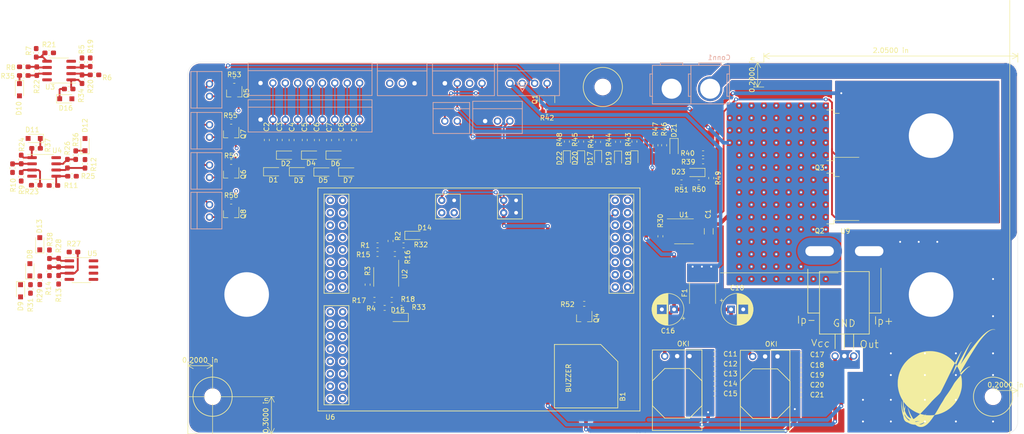
<source format=kicad_pcb>
(kicad_pcb (version 20171130) (host pcbnew "(5.1.4)-1")
  (layers (0 F.Cu signal) (31 B.Cu signal) (34 B.Paste user hide) (35 F.Paste user) (36 B.SilkS user) (37 F.SilkS user) (38 B.Mask user) (39 F.Mask user) (44 Edge.Cuts user))
  (net 0 "")
  (net 1 +5V)
  (net 2 "Net-(B1-Pad2)")
  (net 3 PV)
  (net 4 GND)
  (net 5 CELL_8)
  (net 6 CELL_7)
  (net 7 CELL_6)
  (net 8 CELL_5)
  (net 9 CELL_4)
  (net 10 CELL_3)
  (net 11 CELL_2)
  (net 12 CELL_1)
  (net 13 LOGIC_PWR)
  (net 14 +3V3)
  (net 15 "Net-(Conn2-Pad1)")
  (net 16 "Net-(Conn2-Pad2)")
  (net 17 "Net-(Conn3-Pad3)")
  (net 18 PACK_GATE)
  (net 19 SER_TX_IND)
  (net 20 "Net-(Conn5-Pad2)")
  (net 21 "Net-(Conn6-Pad2)")
  (net 22 "Net-(Conn7-Pad2)")
  (net 23 "Net-(Conn8-Pad2)")
  (net 24 TEMP_D_OUT)
  (net 25 CELL_1-GND_SENSE)
  (net 26 CELL5_SENSE)
  (net 27 CELL4_SENSE)
  (net 28 CELL3_SENSE)
  (net 29 CELL2_SENSE)
  (net 30 CELL8_SENSE)
  (net 31 CELL7_SENSE)
  (net 32 CELL6_SENSE)
  (net 33 "Net-(D17-Pad1)")
  (net 34 SW_IND)
  (net 35 "Net-(D18-Pad1)")
  (net 36 SW_ERR)
  (net 37 "Net-(D19-Pad1)")
  (net 38 "Net-(D20-Pad1)")
  (net 39 V_OUT)
  (net 40 V_LOG_SENSE)
  (net 41 "Net-(D22-Pad1)")
  (net 42 FAN_PWR)
  (net 43 V_OUT_SENSE)
  (net 44 "Net-(F1-Pad2)")
  (net 45 LOGIC_SWITCH)
  (net 46 "Net-(Q1-Pad3)")
  (net 47 E-Stop_Gate)
  (net 48 BUZZER)
  (net 49 FAN_CTL_1)
  (net 50 FAN_CTL_3)
  (net 51 FAN_CTL_2)
  (net 52 FAN_CTL_4)
  (net 53 "Net-(R1-Pad1)")
  (net 54 "Net-(R16-Pad1)")
  (net 55 "Net-(R17-Pad1)")
  (net 56 "Net-(R18-Pad1)")
  (net 57 "Net-(R19-Pad1)")
  (net 58 "Net-(R20-Pad1)")
  (net 59 "Net-(R21-Pad1)")
  (net 60 "Net-(R22-Pad1)")
  (net 61 "Net-(R23-Pad1)")
  (net 62 "Net-(R10-Pad1)")
  (net 63 "Net-(R11-Pad1)")
  (net 64 "Net-(R12-Pad1)")
  (net 65 "Net-(R13-Pad1)")
  (net 66 "Net-(R14-Pad1)")
  (net 67 "Net-(R50-Pad2)")
  (net 68 "Net-(U1-Pad2)")
  (net 69 "Net-(U1-Pad3)")
  (net 70 PACK_I_SENSE)
  (net 71 V_IN)
  (net 72 "Net-(R16-Pad2)")
  (net 73 "Net-(R18-Pad2)")
  (net 74 "Net-(R20-Pad2)")
  (net 75 "Net-(R22-Pad2)")
  (net 76 "Net-(R24-Pad2)")
  (net 77 "Net-(R26-Pad2)")
  (net 78 "Net-(R28-Pad2)")
  (net 79 "Net-(U5-Pad4)")
  (net 80 "Net-(U6-Pad56)")
  (net 81 "Net-(U6-Pad52)")
  (net 82 "Net-(U6-Pad48)")
  (net 83 "Net-(U6-Pad47)")
  (net 84 "Net-(U6-Pad46)")
  (net 85 "Net-(U6-Pad45)")
  (net 86 "Net-(U6-Pad44)")
  (net 87 "Net-(U6-Pad43)")
  (net 88 "Net-(U6-Pad42)")
  (net 89 "Net-(U6-Pad41)")
  (net 90 "Net-(U6-Pad40)")
  (net 91 "Net-(U6-Pad39)")
  (net 92 "Net-(U6-Pad38)")
  (net 93 "Net-(U6-Pad37)")
  (net 94 "Net-(U6-Pad36)")
  (net 95 "Net-(U6-Pad35)")
  (net 96 "Net-(U6-Pad32)")
  (net 97 "Net-(U6-Pad31)")
  (net 98 "Net-(U6-Pad30)")
  (net 99 "Net-(U6-Pad29)")
  (net 100 "Net-(U6-Pad28)")
  (net 101 "Net-(U6-Pad27)")
  (net 102 "Net-(U6-Pad26)")
  (net 103 "Net-(U6-Pad24)")
  (net 104 "Net-(U6-Pad8)")
  (net 105 "Net-(U6-Pad7)")
  (net 106 "Net-(U6-Pad6)")
  (net 107 "Net-(U6-Pad5)")
  (module Diode_SMD:D_SOD-323_HandSoldering (layer F.Cu) (at 59.817 18.161 90)
    (fp_text reference D13 (at 3.5814 -0.0762 90) (layer F.SilkS))
    (fp_text value D_Zener)
    (pad 1 smd rect (at -1.25 0 90) (size 1 1) (layers F.Cu F.Paste F.Mask) (net 29 CELL2_SENSE))
    (pad 2 smd rect (at 1.25 0 90) (size 1 1) (layers F.Cu F.Paste F.Mask) (net 4 GND))
  )
  (module Diode_SMD:D_SOD-323_HandSoldering (layer F.Cu) (at 65.151 -11.557)
    (fp_text reference D16 (at 0 1.905) (layer F.SilkS))
    (fp_text value D_Zener)
    (pad 1 smd rect (at -1.25 0) (size 1 1) (layers F.Cu F.Paste F.Mask) (net 32 CELL6_SENSE))
    (pad 2 smd rect (at 1.25 0) (size 1 1) (layers F.Cu F.Paste F.Mask) (net 4 GND))
  )
  (module Diode_SMD:D_SOD-323_HandSoldering (layer F.Cu) (at 107.5944 3.4036)
    (fp_text reference D1 (at 0.1016 1.6764) (layer F.SilkS))
    (fp_text value D)
    (pad 2 smd rect (at 1.25 0) (size 1 1) (layers F.Cu F.Paste F.Mask) (net 6 CELL_7))
    (pad 1 smd rect (at -1.25 0) (size 1 1) (layers F.Cu F.Paste F.Mask) (net 5 CELL_8))
  )
  (module MRDT_Connectors:MOLEX_SL_09_Vertical (layer B.Cu) (at 115.2398 -7.2898 180)
    (fp_text reference Conn10 hide)
    (fp_text value CHARGE_SENSE_BOTTOM)
    (pad 9 thru_hole circle (at 10.16 0 180) (size 1.524 1.524) (drill 0.9) (layers *.Cu *.Mask) (net 4 GND))
    (pad 8 thru_hole circle (at 7.62 0 180) (size 1.524 1.524) (drill 0.9) (layers *.Cu *.Mask) (net 5 CELL_8))
    (pad 7 thru_hole circle (at 5.08 0 180) (size 1.524 1.524) (drill 0.9) (layers *.Cu *.Mask) (net 6 CELL_7))
    (pad 6 thru_hole circle (at 2.54 0 180) (size 1.524 1.524) (drill 0.9) (layers *.Cu *.Mask) (net 7 CELL_6))
    (pad 5 thru_hole circle (at 0 0 180) (size 1.524 1.524) (drill 0.9) (layers *.Cu *.Mask) (net 8 CELL_5))
    (pad 4 thru_hole circle (at -2.54 0 180) (size 1.524 1.524) (drill 0.9) (layers *.Cu *.Mask) (net 9 CELL_4))
    (pad 3 thru_hole circle (at -5.08 0 180) (size 1.524 1.524) (drill 0.9) (layers *.Cu *.Mask) (net 10 CELL_3))
    (pad 2 thru_hole circle (at -7.62 0 180) (size 1.524 1.524) (drill 0.9) (layers *.Cu *.Mask) (net 11 CELL_2))
    (pad 1 thru_hole circle (at -10.16 0 180) (size 1.524 1.524) (drill 0.9) (layers *.Cu *.Mask) (net 12 CELL_1))
  )
  (module MRDT_Shields:TM4C129Breakout (layer F.Cu) (at 116.84 6.731)
    (fp_text reference U6 (at 2.54 46.99) (layer F.SilkS))
    (fp_text value TM4C129Breakout)
    (pad 56 thru_hole circle (at 27.94 5.08) (size 1.524 1.524) (drill 0.762) (layers *.Cu *.Mask) (net 80 "Net-(U6-Pad56)"))
    (pad 55 thru_hole circle (at 27.94 2.54) (size 1.524 1.524) (drill 0.762) (layers *.Cu *.Mask) (net 4 GND))
    (pad 54 thru_hole circle (at 40.64 5.08) (size 1.524 1.524) (drill 0.762) (layers *.Cu *.Mask) (net 4 GND))
    (pad 53 thru_hole circle (at 40.64 2.54) (size 1.524 1.524) (drill 0.762) (layers *.Cu *.Mask) (net 4 GND))
    (pad 52 thru_hole circle (at 25.4 5.08) (size 1.524 1.524) (drill 0.762) (layers *.Cu *.Mask) (net 81 "Net-(U6-Pad52)"))
    (pad 51 thru_hole circle (at 25.4 2.54) (size 1.524 1.524) (drill 0.762) (layers *.Cu *.Mask) (net 14 +3V3))
    (pad 50 thru_hole circle (at 38.1 5.08) (size 1.524 1.524) (drill 0.762) (layers *.Cu *.Mask) (net 14 +3V3))
    (pad 48 thru_hole circle (at 63.5 20.32) (size 1.524 1.524) (drill 0.762) (layers *.Cu *.Mask) (net 82 "Net-(U6-Pad48)"))
    (pad 47 thru_hole circle (at 63.5 17.78) (size 1.524 1.524) (drill 0.762) (layers *.Cu *.Mask) (net 83 "Net-(U6-Pad47)"))
    (pad 46 thru_hole circle (at 63.5 15.24) (size 1.524 1.524) (drill 0.762) (layers *.Cu *.Mask) (net 84 "Net-(U6-Pad46)"))
    (pad 45 thru_hole circle (at 63.5 12.7) (size 1.524 1.524) (drill 0.762) (layers *.Cu *.Mask) (net 85 "Net-(U6-Pad45)"))
    (pad 44 thru_hole circle (at 63.5 10.16) (size 1.524 1.524) (drill 0.762) (layers *.Cu *.Mask) (net 86 "Net-(U6-Pad44)"))
    (pad 43 thru_hole circle (at 63.5 7.62) (size 1.524 1.524) (drill 0.762) (layers *.Cu *.Mask) (net 87 "Net-(U6-Pad43)"))
    (pad 42 thru_hole circle (at 63.5 5.08) (size 1.524 1.524) (drill 0.762) (layers *.Cu *.Mask) (net 88 "Net-(U6-Pad42)"))
    (pad 41 thru_hole circle (at 63.5 2.54) (size 1.524 1.524) (drill 0.762) (layers *.Cu *.Mask) (net 89 "Net-(U6-Pad41)"))
    (pad 40 thru_hole circle (at 60.96 20.32) (size 1.524 1.524) (drill 0.762) (layers *.Cu *.Mask) (net 90 "Net-(U6-Pad40)"))
    (pad 39 thru_hole circle (at 60.96 17.78) (size 1.524 1.524) (drill 0.762) (layers *.Cu *.Mask) (net 91 "Net-(U6-Pad39)"))
    (pad 38 thru_hole circle (at 60.96 15.24) (size 1.524 1.524) (drill 0.762) (layers *.Cu *.Mask) (net 92 "Net-(U6-Pad38)"))
    (pad 37 thru_hole circle (at 60.96 12.7) (size 1.524 1.524) (drill 0.762) (layers *.Cu *.Mask) (net 93 "Net-(U6-Pad37)"))
    (pad 36 thru_hole circle (at 60.96 10.16) (size 1.524 1.524) (drill 0.762) (layers *.Cu *.Mask) (net 94 "Net-(U6-Pad36)"))
    (pad 35 thru_hole circle (at 60.96 7.62) (size 1.524 1.524) (drill 0.762) (layers *.Cu *.Mask) (net 95 "Net-(U6-Pad35)"))
    (pad 34 thru_hole circle (at 60.96 5.08) (size 1.524 1.524) (drill 0.762) (layers *.Cu *.Mask) (net 48 BUZZER))
    (pad 49 thru_hole circle (at 38.1 2.54) (size 1.524 1.524) (drill 0.762) (layers *.Cu *.Mask) (net 14 +3V3))
    (pad 33 thru_hole circle (at 60.96 2.54) (size 1.524 1.524) (drill 0.762) (layers *.Cu *.Mask) (net 42 FAN_PWR))
    (pad 32 thru_hole circle (at 5.08 43.18) (size 1.524 1.524) (drill 0.762) (layers *.Cu *.Mask) (net 96 "Net-(U6-Pad32)"))
    (pad 31 thru_hole circle (at 5.08 40.64) (size 1.524 1.524) (drill 0.762) (layers *.Cu *.Mask) (net 97 "Net-(U6-Pad31)"))
    (pad 30 thru_hole circle (at 5.08 38.1) (size 1.524 1.524) (drill 0.762) (layers *.Cu *.Mask) (net 98 "Net-(U6-Pad30)"))
    (pad 29 thru_hole circle (at 5.08 35.56) (size 1.524 1.524) (drill 0.762) (layers *.Cu *.Mask) (net 99 "Net-(U6-Pad29)"))
    (pad 28 thru_hole circle (at 5.08 33.02) (size 1.524 1.524) (drill 0.762) (layers *.Cu *.Mask) (net 100 "Net-(U6-Pad28)"))
    (pad 27 thru_hole circle (at 5.08 30.48) (size 1.524 1.524) (drill 0.762) (layers *.Cu *.Mask) (net 101 "Net-(U6-Pad27)"))
    (pad 26 thru_hole circle (at 5.08 27.94) (size 1.524 1.524) (drill 0.762) (layers *.Cu *.Mask) (net 102 "Net-(U6-Pad26)"))
    (pad 25 thru_hole circle (at 5.08 25.4) (size 1.524 1.524) (drill 0.762) (layers *.Cu *.Mask) (net 19 SER_TX_IND))
    (pad 24 thru_hole circle (at 2.54 43.18) (size 1.524 1.524) (drill 0.762) (layers *.Cu *.Mask) (net 103 "Net-(U6-Pad24)"))
    (pad 23 thru_hole circle (at 2.54 40.64) (size 1.524 1.524) (drill 0.762) (layers *.Cu *.Mask) (net 45 LOGIC_SWITCH))
    (pad 22 thru_hole circle (at 2.54 38.1) (size 1.524 1.524) (drill 0.762) (layers *.Cu *.Mask) (net 36 SW_ERR))
    (pad 21 thru_hole circle (at 2.54 35.56) (size 1.524 1.524) (drill 0.762) (layers *.Cu *.Mask) (net 34 SW_IND))
    (pad 20 thru_hole circle (at 2.54 33.02) (size 1.524 1.524) (drill 0.762) (layers *.Cu *.Mask) (net 52 FAN_CTL_4))
    (pad 19 thru_hole circle (at 2.54 30.48) (size 1.524 1.524) (drill 0.762) (layers *.Cu *.Mask) (net 50 FAN_CTL_3))
    (pad 18 thru_hole circle (at 2.54 27.94) (size 1.524 1.524) (drill 0.762) (layers *.Cu *.Mask) (net 51 FAN_CTL_2))
    (pad 17 thru_hole circle (at 2.54 25.4) (size 1.524 1.524) (drill 0.762) (layers *.Cu *.Mask) (net 49 FAN_CTL_1))
    (pad 16 thru_hole circle (at 5.08 20.32) (size 1.524 1.524) (drill 0.762) (layers *.Cu *.Mask) (net 26 CELL5_SENSE))
    (pad 15 thru_hole circle (at 5.08 17.78) (size 1.524 1.524) (drill 0.762) (layers *.Cu *.Mask) (net 27 CELL4_SENSE))
    (pad 14 thru_hole circle (at 5.08 15.24) (size 1.524 1.524) (drill 0.762) (layers *.Cu *.Mask) (net 28 CELL3_SENSE))
    (pad 13 thru_hole circle (at 5.08 12.7) (size 1.524 1.524) (drill 0.762) (layers *.Cu *.Mask) (net 29 CELL2_SENSE))
    (pad 12 thru_hole circle (at 5.08 10.16) (size 1.524 1.524) (drill 0.762) (layers *.Cu *.Mask) (net 24 TEMP_D_OUT))
    (pad 11 thru_hole circle (at 5.08 7.62) (size 1.524 1.524) (drill 0.762) (layers *.Cu *.Mask) (net 30 CELL8_SENSE))
    (pad 10 thru_hole circle (at 5.08 5.08) (size 1.524 1.524) (drill 0.762) (layers *.Cu *.Mask) (net 31 CELL7_SENSE))
    (pad 9 thru_hole circle (at 5.08 2.54) (size 1.524 1.524) (drill 0.762) (layers *.Cu *.Mask) (net 32 CELL6_SENSE))
    (pad 8 thru_hole circle (at 2.54 20.32) (size 1.524 1.524) (drill 0.762) (layers *.Cu *.Mask) (net 104 "Net-(U6-Pad8)"))
    (pad 7 thru_hole circle (at 2.54 17.78) (size 1.524 1.524) (drill 0.762) (layers *.Cu *.Mask) (net 105 "Net-(U6-Pad7)"))
    (pad 6 thru_hole circle (at 2.54 15.24) (size 1.524 1.524) (drill 0.762) (layers *.Cu *.Mask) (net 106 "Net-(U6-Pad6)"))
    (pad 5 thru_hole circle (at 2.54 12.7) (size 1.524 1.524) (drill 0.762) (layers *.Cu *.Mask) (net 107 "Net-(U6-Pad5)"))
    (pad 4 thru_hole circle (at 2.54 10.16) (size 1.524 1.524) (drill 0.762) (layers *.Cu *.Mask) (net 25 CELL_1-GND_SENSE))
    (pad 3 thru_hole circle (at 2.54 7.62) (size 1.524 1.524) (drill 0.762) (layers *.Cu *.Mask) (net 70 PACK_I_SENSE))
    (pad 2 thru_hole circle (at 2.54 5.08) (size 1.524 1.524) (drill 0.762) (layers *.Cu *.Mask) (net 43 V_OUT_SENSE))
    (pad 1 thru_hole circle (at 2.54 2.54) (size 1.524 1.524) (drill 0.762) (layers *.Cu *.Mask) (net 40 V_LOG_SENSE))
  )
  (module Diode_SMD:D_SOD-323_HandSoldering (layer F.Cu) (at 110.236 0)
    (fp_text reference D2 (at 0 1.7272) (layer F.SilkS))
    (fp_text value D)
    (pad 2 smd rect (at 1.25 0) (size 1 1) (layers F.Cu F.Paste F.Mask) (net 7 CELL_6))
    (pad 1 smd rect (at -1.25 0) (size 1 1) (layers F.Cu F.Paste F.Mask) (net 6 CELL_7))
  )
  (module Diode_SMD:D_SOD-323_HandSoldering (layer F.Cu) (at 136.5631 16.4592)
    (fp_text reference D14 (at 2.159 -1.5875) (layer F.SilkS))
    (fp_text value D_Zener)
    (pad 2 smd rect (at 1.25 0) (size 1 1) (layers F.Cu F.Paste F.Mask) (net 4 GND))
    (pad 1 smd rect (at -1.25 0) (size 1 1) (layers F.Cu F.Paste F.Mask) (net 30 CELL8_SENSE))
  )
  (module Resistor_SMD:R_0603_1608Metric_Pad1.05x0.95mm_HandSolder (layer F.Cu) (at 56.5404 -18.1102 180)
    (fp_text reference R8 (at 2.667 -0.127) (layer F.SilkS))
    (fp_text value 6.65M)
    (pad 2 smd roundrect (at 0.875 0 180) (size 1.05 0.95) (layers F.Cu F.Paste F.Mask) (net 9 CELL_4))
    (pad 1 smd roundrect (at -0.875 0 180) (size 1.05 0.95) (layers F.Cu F.Paste F.Mask) (net 60 "Net-(R22-Pad1)"))
  )
  (module Resistor_SMD:R_0603_1608Metric_Pad1.05x0.95mm_HandSolder (layer F.Cu) (at 133.9596 31.3182 180)
    (fp_text reference R33 (at -3.556 0.127) (layer F.SilkS))
    (fp_text value 10k)
    (pad 2 smd roundrect (at 0.875 0 180) (size 1.05 0.95) (layers F.Cu F.Paste F.Mask) (net 73 "Net-(R18-Pad2)"))
    (pad 1 smd roundrect (at -0.875 0 180) (size 1.05 0.95) (layers F.Cu F.Paste F.Mask) (net 31 CELL7_SENSE))
  )
  (module Package_SO:SOIC-8_3.9x4.9mm_P1.27mm (layer F.Cu) (at 60.706 2.413)
    (fp_text reference U4 (at 2.667 -3.3655) (layer F.SilkS))
    (fp_text value LM358)
    (pad 8 smd roundrect (at 2.475 -1.905) (size 1.95 0.6) (layers F.Cu F.Paste F.Mask) (net 13 LOGIC_PWR))
    (pad 7 smd roundrect (at 2.475 -0.635) (size 1.95 0.6) (layers F.Cu F.Paste F.Mask) (net 77 "Net-(R26-Pad2)"))
    (pad 6 smd roundrect (at 2.475 0.635) (size 1.95 0.6) (layers F.Cu F.Paste F.Mask) (net 64 "Net-(R12-Pad1)"))
    (pad 5 smd roundrect (at 2.475 1.905) (size 1.95 0.6) (layers F.Cu F.Paste F.Mask) (net 63 "Net-(R11-Pad1)"))
    (pad 4 smd roundrect (at -2.475 1.905) (size 1.95 0.6) (layers F.Cu F.Paste F.Mask) (net 4 GND))
    (pad 3 smd roundrect (at -2.475 0.635) (size 1.95 0.6) (layers F.Cu F.Paste F.Mask) (net 61 "Net-(R23-Pad1)"))
    (pad 2 smd roundrect (at -2.475 -0.635) (size 1.95 0.6) (layers F.Cu F.Paste F.Mask) (net 62 "Net-(R10-Pad1)"))
    (pad 1 smd roundrect (at -2.475 -1.905) (size 1.95 0.6) (layers F.Cu F.Paste F.Mask) (net 76 "Net-(R24-Pad2)"))
  )
  (module Package_SO:SOIC-8_3.9x4.9mm_P1.27mm (layer F.Cu) (at 68.3514 23.5712)
    (fp_text reference U5 (at 2.2352 -3.4) (layer F.SilkS))
    (fp_text value LM358)
    (pad 8 smd roundrect (at 2.475 -1.905) (size 1.95 0.6) (layers F.Cu F.Paste F.Mask) (net 13 LOGIC_PWR))
    (pad 7 smd roundrect (at 2.475 -0.635) (size 1.95 0.6) (layers F.Cu F.Paste F.Mask))
    (pad 6 smd roundrect (at 2.475 0.635) (size 1.95 0.6) (layers F.Cu F.Paste F.Mask))
    (pad 5 smd roundrect (at 2.475 1.905) (size 1.95 0.6) (layers F.Cu F.Paste F.Mask))
    (pad 4 smd roundrect (at -2.475 1.905) (size 1.95 0.6) (layers F.Cu F.Paste F.Mask) (net 79 "Net-(U5-Pad4)"))
    (pad 3 smd roundrect (at -2.475 0.635) (size 1.95 0.6) (layers F.Cu F.Paste F.Mask) (net 65 "Net-(R13-Pad1)"))
    (pad 2 smd roundrect (at -2.475 -0.635) (size 1.95 0.6) (layers F.Cu F.Paste F.Mask) (net 66 "Net-(R14-Pad1)"))
    (pad 1 smd roundrect (at -2.475 -1.905) (size 1.95 0.6) (layers F.Cu F.Paste F.Mask) (net 78 "Net-(R28-Pad2)"))
  )
  (module Package_SO:SOIC-8_3.9x4.9mm_P1.27mm (layer F.Cu) (at 63.7794 -17.3482 180)
    (fp_text reference U3 (at 1.8542 -3.3782) (layer F.SilkS))
    (fp_text value LM358)
    (pad 8 smd roundrect (at 2.475 -1.905 180) (size 1.95 0.6) (layers F.Cu F.Paste F.Mask) (net 13 LOGIC_PWR))
    (pad 7 smd roundrect (at 2.475 -0.635 180) (size 1.95 0.6) (layers F.Cu F.Paste F.Mask) (net 75 "Net-(R22-Pad2)"))
    (pad 6 smd roundrect (at 2.475 0.635 180) (size 1.95 0.6) (layers F.Cu F.Paste F.Mask) (net 60 "Net-(R22-Pad1)"))
    (pad 5 smd roundrect (at 2.475 1.905 180) (size 1.95 0.6) (layers F.Cu F.Paste F.Mask) (net 59 "Net-(R21-Pad1)"))
    (pad 4 smd roundrect (at -2.475 1.905 180) (size 1.95 0.6) (layers F.Cu F.Paste F.Mask) (net 4 GND))
    (pad 3 smd roundrect (at -2.475 0.635 180) (size 1.95 0.6) (layers F.Cu F.Paste F.Mask) (net 57 "Net-(R19-Pad1)"))
    (pad 2 smd roundrect (at -2.475 -0.635 180) (size 1.95 0.6) (layers F.Cu F.Paste F.Mask) (net 58 "Net-(R20-Pad1)"))
    (pad 1 smd roundrect (at -2.475 -1.905 180) (size 1.95 0.6) (layers F.Cu F.Paste F.Mask) (net 74 "Net-(R20-Pad2)"))
  )
  (module BMS_Hardware:LT1910_SOIC-8-1EP_3.9x4.9mm_P1.27mm_EP2.41x3.3mm (layer F.Cu) (at 191.897 15.621)
    (fp_text reference U1 (at 0 -3.4) (layer F.SilkS))
    (fp_text value LT1910)
    (pad 1 smd roundrect (at -2.475 -1.905) (size 1.95 0.6) (layers F.Cu F.Paste F.Mask) (net 4 GND))
    (pad 2 smd roundrect (at -2.475 -0.635) (size 1.95 0.6) (layers F.Cu F.Paste F.Mask) (net 68 "Net-(U1-Pad2)"))
    (pad 3 smd roundrect (at -2.475 0.635) (size 1.95 0.6) (layers F.Cu F.Paste F.Mask) (net 69 "Net-(U1-Pad3)"))
    (pad 4 smd roundrect (at -2.475 1.905) (size 1.95 0.6) (layers F.Cu F.Paste F.Mask) (net 15 "Net-(Conn2-Pad1)"))
    (pad 5 smd roundrect (at 2.475 1.905) (size 1.95 0.6) (layers F.Cu F.Paste F.Mask) (net 47 E-Stop_Gate))
    (pad 6 smd roundrect (at 2.475 0.635) (size 1.95 0.6) (layers F.Cu F.Paste F.Mask) (net 3 PV))
    (pad 7 smd roundrect (at 2.475 -0.635) (size 1.95 0.6) (layers F.Cu F.Paste F.Mask))
    (pad 8 smd roundrect (at 2.475 -1.905) (size 1.95 0.6) (layers F.Cu F.Paste F.Mask) (net 3 PV))
  )
  (module Package_SO:SOIC-8_3.9x4.9mm_P1.27mm (layer F.Cu) (at 130.8481 24.9682 270)
    (fp_text reference U2 (at -0.5842 -3.81 90) (layer F.SilkS))
    (fp_text value LM358)
    (pad 8 smd roundrect (at 2.475 -1.905 270) (size 1.95 0.6) (layers F.Cu F.Paste F.Mask) (net 13 LOGIC_PWR))
    (pad 7 smd roundrect (at 2.475 -0.635 270) (size 1.95 0.6) (layers F.Cu F.Paste F.Mask) (net 73 "Net-(R18-Pad2)"))
    (pad 6 smd roundrect (at 2.475 0.635 270) (size 1.95 0.6) (layers F.Cu F.Paste F.Mask) (net 56 "Net-(R18-Pad1)"))
    (pad 5 smd roundrect (at 2.475 1.905 270) (size 1.95 0.6) (layers F.Cu F.Paste F.Mask) (net 55 "Net-(R17-Pad1)"))
    (pad 4 smd roundrect (at -2.475 1.905 270) (size 1.95 0.6) (layers F.Cu F.Paste F.Mask) (net 4 GND))
    (pad 3 smd roundrect (at -2.475 0.635 270) (size 1.95 0.6) (layers F.Cu F.Paste F.Mask) (net 53 "Net-(R1-Pad1)"))
    (pad 2 smd roundrect (at -2.475 -0.635 270) (size 1.95 0.6) (layers F.Cu F.Paste F.Mask) (net 54 "Net-(R16-Pad1)"))
    (pad 1 smd roundrect (at -2.475 -1.905 270) (size 1.95 0.6) (layers F.Cu F.Paste F.Mask) (net 72 "Net-(R16-Pad2)"))
  )
  (module Resistor_SMD:R_0603_1608Metric_Pad1.05x0.95mm_HandSolder (layer F.Cu) (at 61.7982 20.32 270)
    (fp_text reference R38 (at -3.048 -0.1016 90) (layer F.SilkS))
    (fp_text value 10k)
    (pad 2 smd roundrect (at 0.875 0 270) (size 1.05 0.95) (layers F.Cu F.Paste F.Mask) (net 78 "Net-(R28-Pad2)"))
    (pad 1 smd roundrect (at -0.875 0 270) (size 1.05 0.95) (layers F.Cu F.Paste F.Mask) (net 29 CELL2_SENSE))
  )
  (module Resistor_SMD:R_0603_1608Metric_Pad1.05x0.95mm_HandSolder (layer F.Cu) (at 59.055 -1.397 180)
    (fp_text reference R37 (at -2.413 0.635 270) (layer F.SilkS))
    (fp_text value 10k)
    (pad 2 smd roundrect (at 0.875 0 180) (size 1.05 0.95) (layers F.Cu F.Paste F.Mask) (net 76 "Net-(R24-Pad2)"))
    (pad 1 smd roundrect (at -0.875 0 180) (size 1.05 0.95) (layers F.Cu F.Paste F.Mask) (net 27 CELL4_SENSE))
  )
  (module Resistor_SMD:R_0603_1608Metric_Pad1.05x0.95mm_HandSolder (layer F.Cu) (at 67.183 0 270)
    (fp_text reference R36 (at -3.175 0 90) (layer F.SilkS))
    (fp_text value 10k)
    (pad 2 smd roundrect (at 0.875 0 270) (size 1.05 0.95) (layers F.Cu F.Paste F.Mask) (net 77 "Net-(R26-Pad2)"))
    (pad 1 smd roundrect (at -0.875 0 270) (size 1.05 0.95) (layers F.Cu F.Paste F.Mask) (net 28 CELL3_SENSE))
  )
  (module Resistor_SMD:R_0603_1608Metric_Pad1.05x0.95mm_HandSolder (layer F.Cu) (at 56.5404 -16.3322)
    (fp_text reference R35 (at -3.302 0.127) (layer F.SilkS))
    (fp_text value 10k)
    (pad 2 smd roundrect (at 0.875 0) (size 1.05 0.95) (layers F.Cu F.Paste F.Mask) (net 75 "Net-(R22-Pad2)"))
    (pad 1 smd roundrect (at -0.875 0) (size 1.05 0.95) (layers F.Cu F.Paste F.Mask) (net 26 CELL5_SENSE))
  )
  (module Resistor_SMD:R_0603_1608Metric_Pad1.05x0.95mm_HandSolder (layer F.Cu) (at 65.7352 -13.5636)
    (fp_text reference R34 (at 2.5908 1.3716 270) (layer F.SilkS))
    (fp_text value 10k)
    (pad 2 smd roundrect (at 0.875 0) (size 1.05 0.95) (layers F.Cu F.Paste F.Mask) (net 74 "Net-(R20-Pad2)"))
    (pad 1 smd roundrect (at -0.875 0) (size 1.05 0.95) (layers F.Cu F.Paste F.Mask) (net 32 CELL6_SENSE))
  )
  (module Resistor_SMD:R_0603_1608Metric_Pad1.05x0.95mm_HandSolder (layer F.Cu) (at 134.4041 18.4912 180)
    (fp_text reference R32 (at -3.556 0.127) (layer F.SilkS))
    (fp_text value 10k)
    (pad 2 smd roundrect (at 0.875 0 180) (size 1.05 0.95) (layers F.Cu F.Paste F.Mask) (net 72 "Net-(R16-Pad2)"))
    (pad 1 smd roundrect (at -0.875 0 180) (size 1.05 0.95) (layers F.Cu F.Paste F.Mask) (net 30 CELL8_SENSE))
  )
  (module MRDT_Drill_Holes:4_40_Hole (layer F.Cu) (at 175.26 -13.97)
    (fp_text reference REF** hide)
    (fp_text value 4_40_Hole hide)
    (pad "" np_thru_hole circle (at 0 0) (size 2.9464 2.9464) (drill 2.9464) (layers *.Cu *.Mask))
  )
  (module MRDT_Drill_Holes:4_40_Hole (layer F.Cu) (at 95.25 49.53)
    (fp_text reference REF** hide)
    (fp_text value 4_40_Hole hide)
    (pad "" np_thru_hole circle (at 0 0) (size 2.9464 2.9464) (drill 2.9464) (layers *.Cu *.Mask))
  )
  (module MRDT_Drill_Holes:4_40_Hole (layer F.Cu) (at 255.27 49.53)
    (fp_text reference REF** hide)
    (fp_text value 4_40_Hole hide)
    (pad "" np_thru_hole circle (at 0 0) (size 2.9464 2.9464) (drill 2.9464) (layers *.Cu *.Mask))
  )
  (module MRDT_Drill_Holes:BATT_PWR_VIA (layer F.Cu) (at 242.57 28.575)
    (fp_text reference V2 hide)
    (fp_text value BATT_PWR_VIA hide)
    (pad 1 thru_hole circle (at 0 0) (size 18.288 18.288) (drill 9.144) (layers *.Cu *.Mask) (net 71 V_IN))
  )
  (module MRDT_Drill_Holes:BATT_PWR_VIA (layer F.Cu) (at 242.57 -4.0005)
    (fp_text reference V3 hide)
    (fp_text value BATT_PWR_VIA hide)
    (pad 1 thru_hole circle (at 0 0) (size 18.288 18.288) (drill 9.144) (layers *.Cu *.Mask) (net 39 V_OUT))
  )
  (module MRDT_Sensors:ACS759ECB_PFF_Leadform_5pins (layer F.Cu) (at 224.79 30.48)
    (fp_text reference U9 (at 0.20066 -14.89964) (layer F.SilkS))
    (fp_text value ACS759ECB-200B-PFF-T)
    (pad 1 thru_hole circle (at -1.91008 10.70102) (size 1.50114 1.50114) (drill 0.89916) (layers *.Cu *.Mask) (net 14 +3V3))
    (pad 3 thru_hole circle (at 1.91008 10.70102) (size 1.50114 1.50114) (drill 0.89916) (layers *.Cu *.Mask) (net 70 PACK_I_SENSE))
    (pad 2 thru_hole circle (at 0 10.70102) (size 1.50114 1.50114) (drill 0.89916) (layers *.Cu *.Mask) (net 4 GND))
    (pad 4 thru_hole oval (at 5.08 -10.795) (size 9.144 5.588) (drill oval 5.842 2.032) (layers *.Cu *.Mask) (net 71 V_IN))
    (pad 5 thru_hole oval (at -5.08 -10.795) (size 9.144 5.588) (drill oval 5.842 2.032) (layers *.Cu *.Mask) (net 3 PV))
  )
  (module MRDT_Actives:IRLS3034_TO-263-7_P (layer F.Cu) (at 219.71 -4.064 180)
    (fp_text reference Q3 (at 0 -6.65) (layer F.SilkS))
    (fp_text value Device_Q_NMOS_GDS)
    (pad 2 smd rect (at 0.95 2.775 180) (size 4.55 5.25) (layers F.Cu F.Paste) (net 3 PV))
    (pad 2 smd rect (at 5.8 -2.775 180) (size 4.55 5.25) (layers F.Cu F.Paste) (net 3 PV))
    (pad 2 smd rect (at 0.95 -2.775 180) (size 4.55 5.25) (layers F.Cu F.Paste) (net 3 PV))
    (pad 2 smd rect (at 5.8 2.775 180) (size 4.55 5.25) (layers F.Cu F.Paste) (net 3 PV))
    (pad 2 smd rect (at 3.375 0 180) (size 9.4 10.8) (layers F.Cu F.Mask) (net 3 PV))
    (pad 3 smd rect (at -5.775 3.81 180) (size 4.6 0.8) (layers F.Cu F.Paste F.Mask) (net 39 V_OUT))
    (pad 3 smd rect (at -5.775 2.54 180) (size 4.6 0.8) (layers F.Cu F.Paste F.Mask) (net 39 V_OUT))
    (pad 3 smd rect (at -5.775 1.27 180) (size 4.6 0.8) (layers F.Cu F.Paste F.Mask) (net 39 V_OUT))
    (pad 3 smd rect (at -5.775 -1.27 180) (size 4.6 0.8) (layers F.Cu F.Paste F.Mask) (net 39 V_OUT))
    (pad 3 smd rect (at -5.775 -2.54 180) (size 4.6 0.8) (layers F.Cu F.Paste F.Mask) (net 39 V_OUT))
    (pad 1 smd rect (at -5.775 -3.81 180) (size 4.6 0.8) (layers F.Cu F.Paste F.Mask) (net 47 E-Stop_Gate))
  )
  (module MRDT_Actives:IRLS3034_TO-263-7_P (layer F.Cu) (at 219.71 8.89 180)
    (fp_text reference Q2 (at 0 -6.65) (layer F.SilkS))
    (fp_text value Q_NMOS_GDS)
    (pad 1 smd rect (at -5.775 -3.81 180) (size 4.6 0.8) (layers F.Cu F.Paste F.Mask) (net 47 E-Stop_Gate))
    (pad 3 smd rect (at -5.775 -2.54 180) (size 4.6 0.8) (layers F.Cu F.Paste F.Mask) (net 39 V_OUT))
    (pad 3 smd rect (at -5.775 -1.27 180) (size 4.6 0.8) (layers F.Cu F.Paste F.Mask) (net 39 V_OUT))
    (pad 3 smd rect (at -5.775 1.27 180) (size 4.6 0.8) (layers F.Cu F.Paste F.Mask) (net 39 V_OUT))
    (pad 3 smd rect (at -5.775 2.54 180) (size 4.6 0.8) (layers F.Cu F.Paste F.Mask) (net 39 V_OUT))
    (pad 3 smd rect (at -5.775 3.81 180) (size 4.6 0.8) (layers F.Cu F.Paste F.Mask) (net 39 V_OUT))
    (pad 2 smd rect (at 3.375 0 180) (size 9.4 10.8) (layers F.Cu F.Mask) (net 3 PV))
    (pad 2 smd rect (at 5.8 2.775 180) (size 4.55 5.25) (layers F.Cu F.Paste) (net 3 PV))
    (pad 2 smd rect (at 0.95 -2.775 180) (size 4.55 5.25) (layers F.Cu F.Paste) (net 3 PV))
    (pad 2 smd rect (at 5.8 -2.775 180) (size 4.55 5.25) (layers F.Cu F.Paste) (net 3 PV))
    (pad 2 smd rect (at 0.95 2.775 180) (size 4.55 5.25) (layers F.Cu F.Paste) (net 3 PV))
  )
  (module MRDT_Silkscreens:0_MRDT_Logo_20mm (layer F.Cu) (at 245.745 45.72)
    (fp_text reference G*** hide)
    (fp_text value LOGO hide)
  )
  (module MRDT_Silkscreens:2_Nothing_3mm (layer B.Cu) (at 158.75 -13.97)
    (fp_text reference G*** hide)
    (fp_text value LOGO hide)
  )
  (module MRDT_Devices:BUZZER_SMI_1324_TW_5V_2_R (layer F.Cu) (at 171.831 51.816 90)
    (fp_text reference B1 (at 2.3 7.5 90) (layer F.SilkS))
    (fp_text value Buzzer)
    (fp_text user BUZZER (at 6.096 -3.6 90) (layer F.SilkS))
    (pad 1 smd rect (at 0.2 0 90) (size 6 2.5) (layers F.Cu F.Paste F.Mask) (net 1 +5V))
    (pad 2 smd rect (at 12.8 0 90) (size 6 2.5) (layers F.Cu F.Paste F.Mask) (net 2 "Net-(B1-Pad2)"))
  )
  (module Capacitor_SMD:C_0603_1608Metric_Pad1.05x0.95mm_HandSolder (layer F.Cu) (at 106.3752 -3.1102 90)
    (fp_text reference C2 (at 2.681 -0.0508 90) (layer F.SilkS))
    (fp_text value C)
    (pad 1 smd roundrect (at -0.875 0 90) (size 1.05 0.95) (layers F.Cu F.Paste F.Mask) (net 5 CELL_8))
    (pad 2 smd roundrect (at 0.875 0 90) (size 1.05 0.95) (layers F.Cu F.Paste F.Mask) (net 4 GND))
  )
  (module Capacitor_SMD:C_0603_1608Metric_Pad1.05x0.95mm_HandSolder (layer F.Cu) (at 109.0168 -3.1102 90)
    (fp_text reference C3 (at 2.6924 -0.0508 90) (layer F.SilkS))
    (fp_text value C)
    (pad 1 smd roundrect (at -0.875 0 90) (size 1.05 0.95) (layers F.Cu F.Paste F.Mask) (net 6 CELL_7))
    (pad 2 smd roundrect (at 0.875 0 90) (size 1.05 0.95) (layers F.Cu F.Paste F.Mask) (net 4 GND))
  )
  (module Capacitor_SMD:C_0603_1608Metric_Pad1.05x0.95mm_HandSolder (layer F.Cu) (at 111.4552 -3.0988 90)
    (fp_text reference C4 (at 2.667 0.0508 90) (layer F.SilkS))
    (fp_text value C)
    (pad 1 smd roundrect (at -0.875 0 90) (size 1.05 0.95) (layers F.Cu F.Paste F.Mask) (net 7 CELL_6))
    (pad 2 smd roundrect (at 0.875 0 90) (size 1.05 0.95) (layers F.Cu F.Paste F.Mask) (net 4 GND))
  )
  (module Capacitor_SMD:C_0603_1608Metric_Pad1.05x0.95mm_HandSolder (layer F.Cu) (at 114.1476 -3.1102 90)
    (fp_text reference C5 (at 2.6416 -0.0508 90) (layer F.SilkS))
    (fp_text value C)
    (pad 1 smd roundrect (at -0.875 0 90) (size 1.05 0.95) (layers F.Cu F.Paste F.Mask) (net 8 CELL_5))
    (pad 2 smd roundrect (at 0.875 0 90) (size 1.05 0.95) (layers F.Cu F.Paste F.Mask) (net 4 GND))
  )
  (module Capacitor_SMD:C_0603_1608Metric_Pad1.05x0.95mm_HandSolder (layer F.Cu) (at 116.6368 -3.0988 90)
    (fp_text reference C6 (at 2.667 -0.0508 90) (layer F.SilkS))
    (fp_text value C)
    (pad 1 smd roundrect (at -0.875 0 90) (size 1.05 0.95) (layers F.Cu F.Paste F.Mask) (net 9 CELL_4))
    (pad 2 smd roundrect (at 0.875 0 90) (size 1.05 0.95) (layers F.Cu F.Paste F.Mask) (net 4 GND))
  )
  (module Capacitor_SMD:C_0603_1608Metric_Pad1.05x0.95mm_HandSolder (layer F.Cu) (at 119.126 -3.0874 90)
    (fp_text reference C7 (at 2.6022 0.0508 90) (layer F.SilkS))
    (fp_text value C)
    (pad 1 smd roundrect (at -0.875 0 90) (size 1.05 0.95) (layers F.Cu F.Paste F.Mask) (net 10 CELL_3))
    (pad 2 smd roundrect (at 0.875 0 90) (size 1.05 0.95) (layers F.Cu F.Paste F.Mask) (net 4 GND))
  )
  (module Capacitor_SMD:C_0603_1608Metric_Pad1.05x0.95mm_HandSolder (layer F.Cu) (at 121.666 -3.1496 90)
    (fp_text reference C8 (at 2.5908 -0.0508 90) (layer F.SilkS))
    (fp_text value C)
    (pad 2 smd roundrect (at 0.875 0 90) (size 1.05 0.95) (layers F.Cu F.Paste F.Mask) (net 4 GND))
    (pad 1 smd roundrect (at -0.875 0 90) (size 1.05 0.95) (layers F.Cu F.Paste F.Mask) (net 11 CELL_2))
  )
  (module Capacitor_SMD:C_0603_1608Metric_Pad1.05x0.95mm_HandSolder (layer F.Cu) (at 124.2568 -3.0988 90)
    (fp_text reference C9 (at 2.6416 0 90) (layer F.SilkS))
    (fp_text value 1u)
    (pad 1 smd roundrect (at -0.875 0 90) (size 1.05 0.95) (layers F.Cu F.Paste F.Mask) (net 12 CELL_1))
    (pad 2 smd roundrect (at 0.875 0 90) (size 1.05 0.95) (layers F.Cu F.Paste F.Mask) (net 4 GND))
  )
  (module Capacitor_SMD:C_0603_1608Metric_Pad1.05x0.95mm_HandSolder (layer F.Cu) (at 198.12 40.767)
    (fp_text reference C11 (at 3.302 0) (layer F.SilkS))
    (fp_text value 10u)
    (pad 1 smd roundrect (at -0.875 0) (size 1.05 0.95) (layers F.Cu F.Paste F.Mask) (net 14 +3V3))
    (pad 2 smd roundrect (at 0.875 0) (size 1.05 0.95) (layers F.Cu F.Paste F.Mask) (net 4 GND))
  )
  (module Capacitor_SMD:C_0603_1608Metric_Pad1.05x0.95mm_HandSolder (layer F.Cu) (at 198.12 42.799)
    (fp_text reference C12 (at 3.302 0) (layer F.SilkS))
    (fp_text value 10u)
    (pad 1 smd roundrect (at -0.875 0) (size 1.05 0.95) (layers F.Cu F.Paste F.Mask) (net 14 +3V3))
    (pad 2 smd roundrect (at 0.875 0) (size 1.05 0.95) (layers F.Cu F.Paste F.Mask) (net 4 GND))
  )
  (module Capacitor_SMD:C_0603_1608Metric_Pad1.05x0.95mm_HandSolder (layer F.Cu) (at 198.12 44.831)
    (fp_text reference C13 (at 3.302 0) (layer F.SilkS))
    (fp_text value 10u)
    (pad 2 smd roundrect (at 0.875 0) (size 1.05 0.95) (layers F.Cu F.Paste F.Mask) (net 4 GND))
    (pad 1 smd roundrect (at -0.875 0) (size 1.05 0.95) (layers F.Cu F.Paste F.Mask) (net 14 +3V3))
  )
  (module Capacitor_SMD:C_0603_1608Metric_Pad1.05x0.95mm_HandSolder (layer F.Cu) (at 198.12 46.863)
    (fp_text reference C14 (at 3.302 0) (layer F.SilkS))
    (fp_text value 10u)
    (pad 1 smd roundrect (at -0.875 0) (size 1.05 0.95) (layers F.Cu F.Paste F.Mask) (net 14 +3V3))
    (pad 2 smd roundrect (at 0.875 0) (size 1.05 0.95) (layers F.Cu F.Paste F.Mask) (net 4 GND))
  )
  (module Capacitor_SMD:C_0603_1608Metric_Pad1.05x0.95mm_HandSolder (layer F.Cu) (at 198.12 48.895)
    (fp_text reference C15 (at 3.302 0) (layer F.SilkS))
    (fp_text value 0.1u)
    (pad 2 smd roundrect (at 0.875 0) (size 1.05 0.95) (layers F.Cu F.Paste F.Mask) (net 4 GND))
    (pad 1 smd roundrect (at -0.875 0) (size 1.05 0.95) (layers F.Cu F.Paste F.Mask) (net 14 +3V3))
  )
  (module Capacitor_SMD:C_0603_1608Metric_Pad1.05x0.95mm_HandSolder (layer F.Cu) (at 215.9 41.021)
    (fp_text reference C17 (at 3.302 -0.127) (layer F.SilkS))
    (fp_text value 10u)
    (pad 1 smd roundrect (at -0.875 0) (size 1.05 0.95) (layers F.Cu F.Paste F.Mask) (net 1 +5V))
    (pad 2 smd roundrect (at 0.875 0) (size 1.05 0.95) (layers F.Cu F.Paste F.Mask) (net 4 GND))
  )
  (module Capacitor_SMD:C_0603_1608Metric_Pad1.05x0.95mm_HandSolder (layer F.Cu) (at 215.9 43.053)
    (fp_text reference C18 (at 3.302 0) (layer F.SilkS))
    (fp_text value 10u)
    (pad 1 smd roundrect (at -0.875 0) (size 1.05 0.95) (layers F.Cu F.Paste F.Mask) (net 1 +5V))
    (pad 2 smd roundrect (at 0.875 0) (size 1.05 0.95) (layers F.Cu F.Paste F.Mask) (net 4 GND))
  )
  (module Capacitor_SMD:C_0603_1608Metric_Pad1.05x0.95mm_HandSolder (layer F.Cu) (at 215.9 45.085)
    (fp_text reference C19 (at 3.302 0) (layer F.SilkS))
    (fp_text value 10u)
    (pad 2 smd roundrect (at 0.875 0) (size 1.05 0.95) (layers F.Cu F.Paste F.Mask) (net 4 GND))
    (pad 1 smd roundrect (at -0.875 0) (size 1.05 0.95) (layers F.Cu F.Paste F.Mask) (net 1 +5V))
  )
  (module Capacitor_SMD:C_0603_1608Metric_Pad1.05x0.95mm_HandSolder (layer F.Cu) (at 215.9 47.117)
    (fp_text reference C20 (at 3.302 0) (layer F.SilkS))
    (fp_text value 10u)
    (pad 1 smd roundrect (at -0.875 0) (size 1.05 0.95) (layers F.Cu F.Paste F.Mask) (net 1 +5V))
    (pad 2 smd roundrect (at 0.875 0) (size 1.05 0.95) (layers F.Cu F.Paste F.Mask) (net 4 GND))
  )
  (module Capacitor_SMD:C_0603_1608Metric_Pad1.05x0.95mm_HandSolder (layer F.Cu) (at 215.9 49.149)
    (fp_text reference C21 (at 3.302 0) (layer F.SilkS))
    (fp_text value 0.1u)
    (pad 2 smd roundrect (at 0.875 0) (size 1.05 0.95) (layers F.Cu F.Paste F.Mask) (net 4 GND))
    (pad 1 smd roundrect (at -0.875 0) (size 1.05 0.95) (layers F.Cu F.Paste F.Mask) (net 1 +5V))
  )
  (module MRDT_Connectors:Anderson_2_Vertical_Sidy_by_Side (layer B.Cu) (at 185.42 -18.415)
    (fp_text reference Conn1 (at 13.7 -1.6) (layer B.SilkS) (effects (justify mirror)))
    (fp_text value AndersonPP hide)
    (pad 1 thru_hole circle (at 3.95 4.8 90) (size 5.08 5.08) (drill 4.104006) (layers *.Cu *.Mask) (net 4 GND))
    (pad 2 thru_hole circle (at 11.85 4.8 90) (size 5.08 5.08) (drill 4.104005) (layers *.Cu *.Mask) (net 71 V_IN))
  )
  (module MRDT_Connectors:MOLEX_SL_02_Vertical (layer B.Cu) (at 144.145 -6.985 180)
    (fp_text reference Conn2 hide)
    (fp_text value E_STOP)
    (pad 1 thru_hole circle (at -1.27 0 180) (size 1.524 1.524) (drill 0.9) (layers *.Cu *.Mask) (net 15 "Net-(Conn2-Pad1)"))
    (pad 2 thru_hole circle (at 1.27 0 180) (size 1.524 1.524) (drill 0.9) (layers *.Cu *.Mask) (net 16 "Net-(Conn2-Pad2)"))
  )
  (module MRDT_Connectors:MOLEX_SL_04_Vertical (layer B.Cu) (at 146.685 -14.732 180)
    (fp_text reference Conn3 hide)
    (fp_text value E_STOP+LED)
    (pad 4 thru_hole circle (at 3.81 0 180) (size 1.524 1.524) (drill 0.9) (layers *.Cu *.Mask) (net 4 GND))
    (pad 4 thru_hole circle (at 3.81 0 180) (size 1.524 1.524) (drill 0.9) (layers *.Cu *.Mask) (net 4 GND))
    (pad 3 thru_hole circle (at 1.27 0 180) (size 1.524 1.524) (drill 0.9) (layers *.Cu *.Mask) (net 17 "Net-(Conn3-Pad3)"))
    (pad 2 thru_hole circle (at -1.27 0 180) (size 1.524 1.524) (drill 0.9) (layers *.Cu *.Mask) (net 18 PACK_GATE))
    (pad 1 thru_hole circle (at -3.81 0 180) (size 1.524 1.524) (drill 0.9) (layers *.Cu *.Mask) (net 16 "Net-(Conn2-Pad2)"))
  )
  (module MRDT_Connectors:MOLEX_SL_03_Vertical (layer B.Cu) (at 139.192 -17.272 180)
    (fp_text reference Conn4 hide)
    (fp_text value "Indicator Comm")
    (pad 1 thru_hole circle (at 2.54 -2.54 180) (size 1.524 1.524) (drill 0.9) (layers *.Cu *.Mask) (net 4 GND))
    (pad 2 thru_hole circle (at 5.08 -2.54 180) (size 1.524 1.524) (drill 0.9) (layers *.Cu *.Mask) (net 14 +3V3))
    (pad 3 thru_hole circle (at 7.62 -2.54 180) (size 1.524 1.524) (drill 0.9) (layers *.Cu *.Mask) (net 19 SER_TX_IND))
  )
  (module MRDT_Connectors:MOLEX_SL_02_Vertical (layer B.Cu) (at 94.615 -13.335 270)
    (fp_text reference Conn5 hide)
    (fp_text value FAN_1)
    (pad 1 thru_hole circle (at -1.27 0 270) (size 1.524 1.524) (drill 0.9) (layers *.Cu *.Mask) (net 1 +5V))
    (pad 2 thru_hole circle (at 1.27 0 270) (size 1.524 1.524) (drill 0.9) (layers *.Cu *.Mask) (net 20 "Net-(Conn5-Pad2)"))
  )
  (module MRDT_Connectors:MOLEX_SL_02_Vertical (layer B.Cu) (at 94.615 3.302 270)
    (fp_text reference Conn6 hide)
    (fp_text value FAN_3)
    (pad 1 thru_hole circle (at -1.27 0 270) (size 1.524 1.524) (drill 0.9) (layers *.Cu *.Mask) (net 1 +5V))
    (pad 2 thru_hole circle (at 1.27 0 270) (size 1.524 1.524) (drill 0.9) (layers *.Cu *.Mask) (net 21 "Net-(Conn6-Pad2)"))
  )
  (module MRDT_Connectors:MOLEX_SL_02_Vertical (layer B.Cu) (at 94.615 -4.953 270)
    (fp_text reference Conn7 hide)
    (fp_text value FAN_2)
    (pad 2 thru_hole circle (at 1.27 0 270) (size 1.524 1.524) (drill 0.9) (layers *.Cu *.Mask) (net 22 "Net-(Conn7-Pad2)"))
    (pad 1 thru_hole circle (at -1.27 0 270) (size 1.524 1.524) (drill 0.9) (layers *.Cu *.Mask) (net 1 +5V))
  )
  (module MRDT_Connectors:MOLEX_SL_02_Vertical (layer B.Cu) (at 94.615 11.43 270)
    (fp_text reference Conn8 hide)
    (fp_text value FAN_4)
    (pad 2 thru_hole circle (at 1.27 0 270) (size 1.524 1.524) (drill 0.9) (layers *.Cu *.Mask) (net 23 "Net-(Conn8-Pad2)"))
    (pad 1 thru_hole circle (at -1.27 0 270) (size 1.524 1.524) (drill 0.9) (layers *.Cu *.Mask) (net 1 +5V))
  )
  (module MRDT_Connectors:MOLEX_SL_03_Vertical (layer B.Cu) (at 158.75 -9.525 180)
    (fp_text reference Conn9 hide)
    (fp_text value TEMP_1)
    (pad 3 thru_hole circle (at 7.62 -2.54 180) (size 1.524 1.524) (drill 0.9) (layers *.Cu *.Mask) (net 4 GND))
    (pad 2 thru_hole circle (at 5.08 -2.54 180) (size 1.524 1.524) (drill 0.9) (layers *.Cu *.Mask) (net 24 TEMP_D_OUT))
    (pad 1 thru_hole circle (at 2.54 -2.54 180) (size 1.524 1.524) (drill 0.9) (layers *.Cu *.Mask) (net 14 +3V3))
  )
  (module MRDT_Connectors:MOLEX_SL_09_Vertical (layer B.Cu) (at 115.2398 -14.7828 180)
    (fp_text reference Conn11 hide)
    (fp_text value CHARGE_SENSE_TOP)
    (pad 1 thru_hole circle (at -10.16 0 180) (size 1.524 1.524) (drill 0.9) (layers *.Cu *.Mask) (net 12 CELL_1))
    (pad 2 thru_hole circle (at -7.62 0 180) (size 1.524 1.524) (drill 0.9) (layers *.Cu *.Mask) (net 11 CELL_2))
    (pad 3 thru_hole circle (at -5.08 0 180) (size 1.524 1.524) (drill 0.9) (layers *.Cu *.Mask) (net 10 CELL_3))
    (pad 4 thru_hole circle (at -2.54 0 180) (size 1.524 1.524) (drill 0.9) (layers *.Cu *.Mask) (net 9 CELL_4))
    (pad 5 thru_hole circle (at 0 0 180) (size 1.524 1.524) (drill 0.9) (layers *.Cu *.Mask) (net 8 CELL_5))
    (pad 6 thru_hole circle (at 2.54 0 180) (size 1.524 1.524) (drill 0.9) (layers *.Cu *.Mask) (net 7 CELL_6))
    (pad 7 thru_hole circle (at 5.08 0 180) (size 1.524 1.524) (drill 0.9) (layers *.Cu *.Mask) (net 6 CELL_7))
    (pad 8 thru_hole circle (at 7.62 0 180) (size 1.524 1.524) (drill 0.9) (layers *.Cu *.Mask) (net 5 CELL_8))
    (pad 9 thru_hole circle (at 10.16 0 180) (size 1.524 1.524) (drill 0.9) (layers *.Cu *.Mask) (net 4 GND))
  )
  (module Diode_SMD:D_SOD-323_HandSoldering (layer F.Cu) (at 112.8776 3.4036)
    (fp_text reference D3 (at 0 1.778) (layer F.SilkS))
    (fp_text value D)
    (pad 2 smd rect (at 1.25 0) (size 1 1) (layers F.Cu F.Paste F.Mask) (net 8 CELL_5))
    (pad 1 smd rect (at -1.25 0) (size 1 1) (layers F.Cu F.Paste F.Mask) (net 7 CELL_6))
  )
  (module Diode_SMD:D_SOD-323_HandSoldering (layer F.Cu) (at 115.3668 0)
    (fp_text reference D4 (at 0.0635 1.651) (layer F.SilkS))
    (fp_text value D)
    (pad 2 smd rect (at 1.25 0) (size 1 1) (layers F.Cu F.Paste F.Mask) (net 9 CELL_4))
    (pad 1 smd rect (at -1.25 0) (size 1 1) (layers F.Cu F.Paste F.Mask) (net 8 CELL_5))
  )
  (module Diode_SMD:D_SOD-323_HandSoldering (layer F.Cu) (at 117.9068 3.4544)
    (fp_text reference D5 (at 0 1.6764) (layer F.SilkS))
    (fp_text value D)
    (pad 2 smd rect (at 1.25 0) (size 1 1) (layers F.Cu F.Paste F.Mask) (net 10 CELL_3))
    (pad 1 smd rect (at -1.25 0) (size 1 1) (layers F.Cu F.Paste F.Mask) (net 9 CELL_4))
  )
  (module Diode_SMD:D_SOD-323_HandSoldering (layer F.Cu) (at 120.396 0)
    (fp_text reference D6 (at 0.0508 1.7272) (layer F.SilkS))
    (fp_text value D)
    (pad 1 smd rect (at -1.25 0) (size 1 1) (layers F.Cu F.Paste F.Mask) (net 10 CELL_3))
    (pad 2 smd rect (at 1.25 0) (size 1 1) (layers F.Cu F.Paste F.Mask) (net 11 CELL_2))
  )
  (module Diode_SMD:D_SOD-323_HandSoldering (layer F.Cu) (at 122.9868 3.4544)
    (fp_text reference D7 (at 0 1.7018) (layer F.SilkS))
    (fp_text value D)
    (pad 1 smd rect (at -1.25 0) (size 1 1) (layers F.Cu F.Paste F.Mask) (net 11 CELL_2))
    (pad 2 smd rect (at 1.25 0) (size 1 1) (layers F.Cu F.Paste F.Mask) (net 12 CELL_1))
  )
  (module Diode_SMD:D_SOD-323_HandSoldering (layer F.Cu) (at 57.785 23.495 90)
    (fp_text reference D8 (at 3.175 0 90) (layer F.SilkS))
    (fp_text value 7.5V)
    (pad 2 smd rect (at 1.25 0 90) (size 1 1) (layers F.Cu F.Paste F.Mask) (net 4 GND))
    (pad 1 smd rect (at -1.25 0 90) (size 1 1) (layers F.Cu F.Paste F.Mask) (net 12 CELL_1))
  )
  (module Diode_SMD:D_SOD-323_HandSoldering (layer F.Cu) (at 55.88 27.813 270)
    (fp_text reference D9 (at 3.175 0 90) (layer F.SilkS))
    (fp_text value D_Zener)
    (pad 1 smd rect (at -1.25 0 270) (size 1 1) (layers F.Cu F.Paste F.Mask) (net 25 CELL_1-GND_SENSE))
    (pad 2 smd rect (at 1.25 0 270) (size 1 1) (layers F.Cu F.Paste F.Mask) (net 4 GND))
  )
  (module Diode_SMD:D_SOD-323_HandSoldering (layer F.Cu) (at 55.6514 -13.4112 270)
    (fp_text reference D10 (at 3.83 0.127 90) (layer F.SilkS))
    (fp_text value D_Zener)
    (pad 1 smd rect (at -1.25 0 270) (size 1 1) (layers F.Cu F.Paste F.Mask) (net 26 CELL5_SENSE))
    (pad 2 smd rect (at 1.25 0 270) (size 1 1) (layers F.Cu F.Paste F.Mask) (net 4 GND))
  )
  (module Diode_SMD:D_SOD-323_HandSoldering (layer F.Cu) (at 58.674 -3.429 180)
    (fp_text reference D11 (at 0.381 1.778 180) (layer F.SilkS))
    (fp_text value D_Zener)
    (pad 2 smd rect (at 1.25 0 180) (size 1 1) (layers F.Cu F.Paste F.Mask) (net 4 GND))
    (pad 1 smd rect (at -1.25 0 180) (size 1 1) (layers F.Cu F.Paste F.Mask) (net 27 CELL4_SENSE))
  )
  (module Diode_SMD:D_SOD-323_HandSoldering (layer F.Cu) (at 69.088 -2.159 90)
    (fp_text reference D12 (at 3.937 0 90) (layer F.SilkS))
    (fp_text value D_Zener)
    (pad 1 smd rect (at -1.25 0 90) (size 1 1) (layers F.Cu F.Paste F.Mask) (net 28 CELL3_SENSE))
    (pad 2 smd rect (at 1.25 0 90) (size 1 1) (layers F.Cu F.Paste F.Mask) (net 4 GND))
  )
  (module Diode_SMD:D_SOD-323_HandSoldering (layer F.Cu) (at 133.477 33.274 180)
    (fp_text reference D15 (at 0.254 1.524) (layer F.SilkS))
    (fp_text value D_Zener)
    (pad 1 smd rect (at -1.25 0 180) (size 1 1) (layers F.Cu F.Paste F.Mask) (net 31 CELL7_SENSE))
    (pad 2 smd rect (at 1.25 0 180) (size 1 1) (layers F.Cu F.Paste F.Mask) (net 4 GND))
  )
  (module LED_SMD:LED_0603_1608Metric_Pad1.05x0.95mm_HandSolder (layer F.Cu) (at 174.2948 0.7112 270)
    (fp_text reference D17 (at 0 1.651 90) (layer F.SilkS))
    (fp_text value LOG_PWR_LED)
    (pad 1 smd roundrect (at -0.875 0 270) (size 1.05 0.95) (layers F.Cu F.Paste F.Mask) (net 33 "Net-(D17-Pad1)"))
    (pad 2 smd roundrect (at 0.875 0 270) (size 1.05 0.95) (layers F.Cu F.Paste F.Mask) (net 1 +5V))
  )
  (module LED_SMD:LED_0603_1608Metric_Pad1.05x0.95mm_HandSolder (layer F.Cu) (at 181.737 0.762 270)
    (fp_text reference D18 (at -0.127 1.27 90) (layer F.SilkS))
    (fp_text value SW_IND_LED_BLUE)
    (pad 2 smd roundrect (at 0.875 0 270) (size 1.05 0.95) (layers F.Cu F.Paste F.Mask) (net 34 SW_IND))
    (pad 1 smd roundrect (at -0.875 0 270) (size 1.05 0.95) (layers F.Cu F.Paste F.Mask) (net 35 "Net-(D18-Pad1)"))
  )
  (module LED_SMD:LED_0603_1608Metric_Pad1.05x0.95mm_HandSolder (layer F.Cu) (at 178.3842 0.8128 270)
    (fp_text reference D19 (at -0.127 1.905 90) (layer F.SilkS))
    (fp_text value SW_ERR_LED_RED)
    (pad 2 smd roundrect (at 0.875 0 270) (size 1.05 0.95) (layers F.Cu F.Paste F.Mask) (net 36 SW_ERR))
    (pad 1 smd roundrect (at -0.875 0 270) (size 1.05 0.95) (layers F.Cu F.Paste F.Mask) (net 37 "Net-(D19-Pad1)"))
  )
  (module LED_SMD:LED_0603_1608Metric_Pad1.05x0.95mm_HandSolder (layer F.Cu) (at 170.815 0.762 270)
    (fp_text reference D20 (at -0.127 1.27 90) (layer F.SilkS))
    (fp_text value PACK_V_IND_LED_ORANGE)
    (pad 1 smd roundrect (at -0.875 0 270) (size 1.05 0.95) (layers F.Cu F.Paste F.Mask) (net 38 "Net-(D20-Pad1)"))
    (pad 2 smd roundrect (at 0.875 0 270) (size 1.05 0.95) (layers F.Cu F.Paste F.Mask) (net 39 V_OUT))
  )
  (module Diode_SMD:D_SOD-323_HandSoldering (layer F.Cu) (at 189.865 -1.524 270)
    (fp_text reference D21 (at -3.556 0 90) (layer F.SilkS))
    (fp_text value D_Zener)
    (pad 1 smd rect (at -1.25 0 270) (size 1 1) (layers F.Cu F.Paste F.Mask) (net 40 V_LOG_SENSE))
    (pad 2 smd rect (at 1.25 0 270) (size 1 1) (layers F.Cu F.Paste F.Mask) (net 4 GND))
  )
  (module LED_SMD:LED_0603_1608Metric_Pad1.05x0.95mm_HandSolder (layer F.Cu) (at 167.894 0.762 270)
    (fp_text reference D22 (at -0.127 1.524 90) (layer F.SilkS))
    (fp_text value FAN_PWR_LED_ORANGE)
    (pad 1 smd roundrect (at -0.875 0 270) (size 1.05 0.95) (layers F.Cu F.Paste F.Mask) (net 41 "Net-(D22-Pad1)"))
    (pad 2 smd roundrect (at 0.875 0 270) (size 1.05 0.95) (layers F.Cu F.Paste F.Mask) (net 42 FAN_PWR))
  )
  (module Diode_SMD:D_SOD-323_HandSoldering (layer F.Cu) (at 194.31 3.556 180)
    (fp_text reference D23 (at 3.556 0.127) (layer F.SilkS))
    (fp_text value D_Zener)
    (pad 2 smd rect (at 1.25 0 180) (size 1 1) (layers F.Cu F.Paste F.Mask) (net 4 GND))
    (pad 1 smd rect (at -1.25 0 180) (size 1 1) (layers F.Cu F.Paste F.Mask) (net 43 V_OUT_SENSE))
  )
  (module Package_TO_SOT_SMD:SOT-23 (layer F.Cu) (at 163.83 -11.43 90)
    (fp_text reference Q1 (at 0 -2.5 90) (layer F.SilkS))
    (fp_text value 2N7002)
    (pad 1 smd rect (at -1 -0.95 90) (size 0.9 0.8) (layers F.Cu F.Paste F.Mask) (net 45 LOGIC_SWITCH))
    (pad 2 smd rect (at -1 0.95 90) (size 0.9 0.8) (layers F.Cu F.Paste F.Mask) (net 4 GND))
    (pad 3 smd rect (at 1 0 90) (size 0.9 0.8) (layers F.Cu F.Paste F.Mask) (net 46 "Net-(Q1-Pad3)"))
  )
  (module Package_TO_SOT_SMD:SOT-23 (layer F.Cu) (at 171.45 33.401 270)
    (fp_text reference Q4 (at 0 -2.5 90) (layer F.SilkS))
    (fp_text value 2N7002PW)
    (pad 1 smd rect (at -1 -0.95 270) (size 0.9 0.8) (layers F.Cu F.Paste F.Mask) (net 48 BUZZER))
    (pad 2 smd rect (at -1 0.95 270) (size 0.9 0.8) (layers F.Cu F.Paste F.Mask) (net 4 GND))
    (pad 3 smd rect (at 1 0 270) (size 0.9 0.8) (layers F.Cu F.Paste F.Mask) (net 2 "Net-(B1-Pad2)"))
  )
  (module Package_TO_SOT_SMD:SOT-23 (layer F.Cu) (at 99.695 -12.7 270)
    (fp_text reference Q5 (at 0 -2.5 90) (layer F.SilkS))
    (fp_text value 2N7002PW)
    (pad 1 smd rect (at -1 -0.95 270) (size 0.9 0.8) (layers F.Cu F.Paste F.Mask) (net 49 FAN_CTL_1))
    (pad 2 smd rect (at -1 0.95 270) (size 0.9 0.8) (layers F.Cu F.Paste F.Mask) (net 4 GND))
    (pad 3 smd rect (at 1 0 270) (size 0.9 0.8) (layers F.Cu F.Paste F.Mask) (net 20 "Net-(Conn5-Pad2)"))
  )
  (module Package_TO_SOT_SMD:SOT-23 (layer F.Cu) (at 99.06 3.937 270)
    (fp_text reference Q6 (at 0 -2.5 90) (layer F.SilkS))
    (fp_text value 2N7002PW)
    (pad 3 smd rect (at 1 0 270) (size 0.9 0.8) (layers F.Cu F.Paste F.Mask) (net 21 "Net-(Conn6-Pad2)"))
    (pad 2 smd rect (at -1 0.95 270) (size 0.9 0.8) (layers F.Cu F.Paste F.Mask) (net 4 GND))
    (pad 1 smd rect (at -1 -0.95 270) (size 0.9 0.8) (layers F.Cu F.Paste F.Mask) (net 50 FAN_CTL_3))
  )
  (module Package_TO_SOT_SMD:SOT-23 (layer F.Cu) (at 99.06 -4.318 270)
    (fp_text reference Q7 (at 0 -2.5 90) (layer F.SilkS))
    (fp_text value 2N7002PW)
    (pad 3 smd rect (at 1 0 270) (size 0.9 0.8) (layers F.Cu F.Paste F.Mask) (net 22 "Net-(Conn7-Pad2)"))
    (pad 2 smd rect (at -1 0.95 270) (size 0.9 0.8) (layers F.Cu F.Paste F.Mask) (net 4 GND))
    (pad 1 smd rect (at -1 -0.95 270) (size 0.9 0.8) (layers F.Cu F.Paste F.Mask) (net 51 FAN_CTL_2))
  )
  (module Package_TO_SOT_SMD:SOT-23 (layer F.Cu) (at 99.06 12.065 270)
    (fp_text reference Q8 (at 0 -2.5 90) (layer F.SilkS))
    (fp_text value 2N7002PW)
    (pad 3 smd rect (at 1 0 270) (size 0.9 0.8) (layers F.Cu F.Paste F.Mask) (net 23 "Net-(Conn8-Pad2)"))
    (pad 2 smd rect (at -1 0.95 270) (size 0.9 0.8) (layers F.Cu F.Paste F.Mask) (net 4 GND))
    (pad 1 smd rect (at -1 -0.95 270) (size 0.9 0.8) (layers F.Cu F.Paste F.Mask) (net 52 FAN_CTL_4))
  )
  (module Resistor_SMD:R_0603_1608Metric_Pad1.05x0.95mm_HandSolder (layer F.Cu) (at 129.0701 18.4912 180)
    (fp_text reference R1 (at 2.54 0) (layer F.SilkS))
    (fp_text value 6.65M)
    (pad 2 smd roundrect (at 0.875 0 180) (size 1.05 0.95) (layers F.Cu F.Paste F.Mask) (net 5 CELL_8))
    (pad 1 smd roundrect (at -0.875 0 180) (size 1.05 0.95) (layers F.Cu F.Paste F.Mask) (net 53 "Net-(R1-Pad1)"))
  )
  (module Resistor_SMD:R_0603_1608Metric_Pad1.05x0.95mm_HandSolder (layer F.Cu) (at 131.7371 17.6022 90)
    (fp_text reference R2 (at 1.016 1.524 90) (layer F.SilkS))
    (fp_text value 6.65M)
    (pad 1 smd roundrect (at -0.875 0 90) (size 1.05 0.95) (layers F.Cu F.Paste F.Mask) (net 54 "Net-(R16-Pad1)"))
    (pad 2 smd roundrect (at 0.875 0 90) (size 1.05 0.95) (layers F.Cu F.Paste F.Mask) (net 6 CELL_7))
  )
  (module Resistor_SMD:R_0603_1608Metric_Pad1.05x0.95mm_HandSolder (layer F.Cu) (at 127.0381 26.5557 90)
    (fp_text reference R3 (at 2.794 0 90) (layer F.SilkS))
    (fp_text value 6.65M)
    (pad 2 smd roundrect (at 0.875 0 90) (size 1.05 0.95) (layers F.Cu F.Paste F.Mask) (net 6 CELL_7))
    (pad 1 smd roundrect (at -0.875 0 90) (size 1.05 0.95) (layers F.Cu F.Paste F.Mask) (net 55 "Net-(R17-Pad1)"))
  )
  (module Resistor_SMD:R_0603_1608Metric_Pad1.05x0.95mm_HandSolder (layer F.Cu) (at 130.5306 31.3182 180)
    (fp_text reference R4 (at 2.794 -0.127) (layer F.SilkS))
    (fp_text value 6.65M)
    (pad 2 smd roundrect (at 0.875 0 180) (size 1.05 0.95) (layers F.Cu F.Paste F.Mask) (net 7 CELL_6))
    (pad 1 smd roundrect (at -0.875 0 180) (size 1.05 0.95) (layers F.Cu F.Paste F.Mask) (net 56 "Net-(R18-Pad1)"))
  )
  (module Resistor_SMD:R_0603_1608Metric_Pad1.05x0.95mm_HandSolder (layer F.Cu) (at 68.4784 -19.05 90)
    (fp_text reference R5 (at 2.6416 -0.0762 90) (layer F.SilkS))
    (fp_text value 6.65M)
    (pad 1 smd roundrect (at -0.875 0 90) (size 1.05 0.95) (layers F.Cu F.Paste F.Mask) (net 57 "Net-(R19-Pad1)"))
    (pad 2 smd roundrect (at 0.875 0 90) (size 1.05 0.95) (layers F.Cu F.Paste F.Mask) (net 7 CELL_6))
  )
  (module Resistor_SMD:R_0603_1608Metric_Pad1.05x0.95mm_HandSolder (layer F.Cu) (at 71.0324 -16.4592)
    (fp_text reference R6 (at 2.5895 0.5715) (layer F.SilkS))
    (fp_text value 6.65M)
    (pad 2 smd roundrect (at 0.875 0) (size 1.05 0.95) (layers F.Cu F.Paste F.Mask) (net 8 CELL_5))
    (pad 1 smd roundrect (at -0.875 0) (size 1.05 0.95) (layers F.Cu F.Paste F.Mask) (net 58 "Net-(R20-Pad1)"))
  )
  (module Resistor_SMD:R_0603_1608Metric_Pad1.05x0.95mm_HandSolder (layer F.Cu) (at 59.0804 -20.9804 90)
    (fp_text reference R7 (at 0.4064 -1.524 90) (layer F.SilkS))
    (fp_text value 6.65M)
    (pad 1 smd roundrect (at -0.875 0 90) (size 1.05 0.95) (layers F.Cu F.Paste F.Mask) (net 59 "Net-(R21-Pad1)"))
    (pad 2 smd roundrect (at 0.875 0 90) (size 1.05 0.95) (layers F.Cu F.Paste F.Mask) (net 8 CELL_5))
  )
  (module Resistor_SMD:R_0603_1608Metric_Pad1.05x0.95mm_HandSolder (layer F.Cu) (at 56.007 4.431 270)
    (fp_text reference R9 (at 2.681 -0.127 90) (layer F.SilkS))
    (fp_text value 6.65M)
    (pad 2 smd roundrect (at 0.875 0 270) (size 1.05 0.95) (layers F.Cu F.Paste F.Mask) (net 9 CELL_4))
    (pad 1 smd roundrect (at -0.875 0 270) (size 1.05 0.95) (layers F.Cu F.Paste F.Mask) (net 61 "Net-(R23-Pad1)"))
  )
  (module Resistor_SMD:R_0603_1608Metric_Pad1.05x0.95mm_HandSolder (layer F.Cu) (at 54.229 2.667 270)
    (fp_text reference R10 (at 3.5052 -0.127 90) (layer F.SilkS))
    (fp_text value 6.65M)
    (pad 1 smd roundrect (at -0.875 0 270) (size 1.05 0.95) (layers F.Cu F.Paste F.Mask) (net 62 "Net-(R10-Pad1)"))
    (pad 2 smd roundrect (at 0.875 0 270) (size 1.05 0.95) (layers F.Cu F.Paste F.Mask) (net 10 CELL_3))
  )
  (module Resistor_SMD:R_0603_1608Metric_Pad1.05x0.95mm_HandSolder (layer F.Cu) (at 62.611 6.223 180)
    (fp_text reference R11 (at -3.6195 0) (layer F.SilkS))
    (fp_text value 6.65M)
    (pad 2 smd roundrect (at 0.875 0 180) (size 1.05 0.95) (layers F.Cu F.Paste F.Mask) (net 10 CELL_3))
    (pad 1 smd roundrect (at -0.875 0 180) (size 1.05 0.95) (layers F.Cu F.Paste F.Mask) (net 63 "Net-(R11-Pad1)"))
  )
  (module Resistor_SMD:R_0603_1608Metric_Pad1.05x0.95mm_HandSolder (layer F.Cu) (at 69.088 1.778 90)
    (fp_text reference R12 (at -0.127 1.778 90) (layer F.SilkS))
    (fp_text value 6.65M)
    (pad 1 smd roundrect (at -0.875 0 90) (size 1.05 0.95) (layers F.Cu F.Paste F.Mask) (net 64 "Net-(R12-Pad1)"))
    (pad 2 smd roundrect (at 0.875 0 90) (size 1.05 0.95) (layers F.Cu F.Paste F.Mask) (net 11 CELL_2))
  )
  (module Resistor_SMD:R_0603_1608Metric_Pad1.05x0.95mm_HandSolder (layer F.Cu) (at 63.6778 25.5524 270)
    (fp_text reference R13 (at 3.175 0 90) (layer F.SilkS))
    (fp_text value 6.65M)
    (pad 2 smd roundrect (at 0.875 0 270) (size 1.05 0.95) (layers F.Cu F.Paste F.Mask) (net 11 CELL_2))
    (pad 1 smd roundrect (at -0.875 0 270) (size 1.05 0.95) (layers F.Cu F.Paste F.Mask) (net 65 "Net-(R13-Pad1)"))
  )
  (module Resistor_SMD:R_0603_1608Metric_Pad1.05x0.95mm_HandSolder (layer F.Cu) (at 61.7982 23.8252 270)
    (fp_text reference R14 (at 3.4798 0.2032 90) (layer F.SilkS))
    (fp_text value 6.65M)
    (pad 1 smd roundrect (at -0.875 0 270) (size 1.05 0.95) (layers F.Cu F.Paste F.Mask) (net 66 "Net-(R14-Pad1)"))
    (pad 2 smd roundrect (at 0.875 0 270) (size 1.05 0.95) (layers F.Cu F.Paste F.Mask) (net 12 CELL_1))
  )
  (module Resistor_SMD:R_0603_1608Metric_Pad1.05x0.95mm_HandSolder (layer F.Cu) (at 129.0701 20.2692 180)
    (fp_text reference R15 (at 2.921 -0.127) (layer F.SilkS))
    (fp_text value 3.32M)
    (pad 2 smd roundrect (at 0.875 0 180) (size 1.05 0.95) (layers F.Cu F.Paste F.Mask) (net 4 GND))
    (pad 1 smd roundrect (at -0.875 0 180) (size 1.05 0.95) (layers F.Cu F.Paste F.Mask) (net 53 "Net-(R1-Pad1)"))
  )
  (module Resistor_SMD:R_0603_1608Metric_Pad1.05x0.95mm_HandSolder (layer F.Cu) (at 132.6261 20.2692)
    (fp_text reference R16 (at 2.6035 0.635 270) (layer F.SilkS))
    (fp_text value 3.32M)
    (pad 1 smd roundrect (at -0.875 0) (size 1.05 0.95) (layers F.Cu F.Paste F.Mask) (net 54 "Net-(R16-Pad1)"))
    (pad 2 smd roundrect (at 0.875 0) (size 1.05 0.95) (layers F.Cu F.Paste F.Mask) (net 72 "Net-(R16-Pad2)"))
  )
  (module Resistor_SMD:R_0603_1608Metric_Pad1.05x0.95mm_HandSolder (layer F.Cu) (at 128.4351 29.6672 180)
    (fp_text reference R17 (at 3.175 -0.127) (layer F.SilkS))
    (fp_text value 3.32M)
    (pad 2 smd roundrect (at 0.875 0 180) (size 1.05 0.95) (layers F.Cu F.Paste F.Mask) (net 4 GND))
    (pad 1 smd roundrect (at -0.875 0 180) (size 1.05 0.95) (layers F.Cu F.Paste F.Mask) (net 55 "Net-(R17-Pad1)"))
  )
  (module Resistor_SMD:R_0603_1608Metric_Pad1.05x0.95mm_HandSolder (layer F.Cu) (at 131.9911 29.6672)
    (fp_text reference R18 (at 3.302 -0.127) (layer F.SilkS))
    (fp_text value 3.32M)
    (pad 1 smd roundrect (at -0.875 0) (size 1.05 0.95) (layers F.Cu F.Paste F.Mask) (net 56 "Net-(R18-Pad1)"))
    (pad 2 smd roundrect (at 0.875 0) (size 1.05 0.95) (layers F.Cu F.Paste F.Mask) (net 73 "Net-(R18-Pad2)"))
  )
  (module Resistor_SMD:R_0603_1608Metric_Pad1.05x0.95mm_HandSolder (layer F.Cu) (at 70.1548 -19.05 90)
    (fp_text reference R19 (at 3.2512 0.0508 90) (layer F.SilkS))
    (fp_text value 3.32M)
    (pad 2 smd roundrect (at 0.875 0 90) (size 1.05 0.95) (layers F.Cu F.Paste F.Mask) (net 4 GND))
    (pad 1 smd roundrect (at -0.875 0 90) (size 1.05 0.95) (layers F.Cu F.Paste F.Mask) (net 57 "Net-(R19-Pad1)"))
  )
  (module Resistor_SMD:R_0603_1608Metric_Pad1.05x0.95mm_HandSolder (layer F.Cu) (at 68.4784 -15.5702 270)
    (fp_text reference R20 (at 1.4732 -1.7526 90) (layer F.SilkS))
    (fp_text value 3.32M)
    (pad 2 smd roundrect (at 0.875 0 270) (size 1.05 0.95) (layers F.Cu F.Paste F.Mask) (net 74 "Net-(R20-Pad2)"))
    (pad 1 smd roundrect (at -0.875 0 270) (size 1.05 0.95) (layers F.Cu F.Paste F.Mask) (net 58 "Net-(R20-Pad1)"))
  )
  (module Resistor_SMD:R_0603_1608Metric_Pad1.05x0.95mm_HandSolder (layer F.Cu) (at 61.7474 -20.9677)
    (fp_text reference R21 (at -0.0254 -1.6891) (layer F.SilkS))
    (fp_text value 3.32M)
    (pad 2 smd roundrect (at 0.875 0) (size 1.05 0.95) (layers F.Cu F.Paste F.Mask) (net 4 GND))
    (pad 1 smd roundrect (at -0.875 0) (size 1.05 0.95) (layers F.Cu F.Paste F.Mask) (net 59 "Net-(R21-Pad1)"))
  )
  (module Resistor_SMD:R_0603_1608Metric_Pad1.05x0.95mm_HandSolder (layer F.Cu) (at 59.2074 -17.2212 270)
    (fp_text reference R22 (at 3.175 0 90) (layer F.SilkS))
    (fp_text value 3.32M)
    (pad 1 smd roundrect (at -0.875 0 270) (size 1.05 0.95) (layers F.Cu F.Paste F.Mask) (net 60 "Net-(R22-Pad1)"))
    (pad 2 smd roundrect (at 0.875 0 270) (size 1.05 0.95) (layers F.Cu F.Paste F.Mask) (net 75 "Net-(R22-Pad2)"))
  )
  (module Resistor_SMD:R_0603_1608Metric_Pad1.05x0.95mm_HandSolder (layer F.Cu) (at 58.9915 6.1595 180)
    (fp_text reference R23 (at 0.8255 -1.3335) (layer F.SilkS))
    (fp_text value 3.32M)
    (pad 2 smd roundrect (at 0.875 0 180) (size 1.05 0.95) (layers F.Cu F.Paste F.Mask) (net 4 GND))
    (pad 1 smd roundrect (at -0.875 0 180) (size 1.05 0.95) (layers F.Cu F.Paste F.Mask) (net 61 "Net-(R23-Pad1)"))
  )
  (module Resistor_SMD:R_0603_1608Metric_Pad1.05x0.95mm_HandSolder (layer F.Cu) (at 56.007 0.889 90)
    (fp_text reference R24 (at 3.048 0.127 90) (layer F.SilkS))
    (fp_text value 3.32M)
    (pad 2 smd roundrect (at 0.875 0 90) (size 1.05 0.95) (layers F.Cu F.Paste F.Mask) (net 76 "Net-(R24-Pad2)"))
    (pad 1 smd roundrect (at -0.875 0 90) (size 1.05 0.95) (layers F.Cu F.Paste F.Mask) (net 62 "Net-(R10-Pad1)"))
  )
  (module Resistor_SMD:R_0603_1608Metric_Pad1.05x0.95mm_HandSolder (layer F.Cu) (at 66.421 4.318)
    (fp_text reference R25 (at 3.302 0) (layer F.SilkS))
    (fp_text value 3.32M)
    (pad 2 smd roundrect (at 0.875 0) (size 1.05 0.95) (layers F.Cu F.Paste F.Mask) (net 4 GND))
    (pad 1 smd roundrect (at -0.875 0) (size 1.05 0.95) (layers F.Cu F.Paste F.Mask) (net 63 "Net-(R11-Pad1)"))
  )
  (module Resistor_SMD:R_0603_1608Metric_Pad1.05x0.95mm_HandSolder (layer F.Cu) (at 65.4812 1.7526 90)
    (fp_text reference R26 (at 3.175 0 90) (layer F.SilkS))
    (fp_text value 3.32M)
    (pad 1 smd roundrect (at -0.875 0 90) (size 1.05 0.95) (layers F.Cu F.Paste F.Mask) (net 64 "Net-(R12-Pad1)"))
    (pad 2 smd roundrect (at 0.875 0 90) (size 1.05 0.95) (layers F.Cu F.Paste F.Mask) (net 77 "Net-(R26-Pad2)"))
  )
  (module Resistor_SMD:R_0603_1608Metric_Pad1.05x0.95mm_HandSolder (layer F.Cu) (at 66.7258 19.8628 180)
    (fp_text reference R27 (at -0.0508 1.6764) (layer F.SilkS))
    (fp_text value 3.32M)
    (pad 2 smd roundrect (at 0.875 0 180) (size 1.05 0.95) (layers F.Cu F.Paste F.Mask) (net 4 GND))
    (pad 1 smd roundrect (at -0.875 0 180) (size 1.05 0.95) (layers F.Cu F.Paste F.Mask) (net 65 "Net-(R13-Pad1)"))
  )
  (module Resistor_SMD:R_0603_1608Metric_Pad1.05x0.95mm_HandSolder (layer F.Cu) (at 63.6778 22.0472 90)
    (fp_text reference R28 (at 3.443 0 90) (layer F.SilkS))
    (fp_text value 3.32M)
    (pad 1 smd roundrect (at -0.875 0 90) (size 1.05 0.95) (layers F.Cu F.Paste F.Mask) (net 66 "Net-(R14-Pad1)"))
    (pad 2 smd roundrect (at 0.875 0 90) (size 1.05 0.95) (layers F.Cu F.Paste F.Mask) (net 78 "Net-(R28-Pad2)"))
  )
  (module Resistor_SMD:R_0603_1608Metric_Pad1.05x0.95mm_HandSolder (layer F.Cu) (at 59.817 25.654 90)
    (fp_text reference R29 (at -3.175 0 90) (layer F.SilkS))
    (fp_text value 10k)
    (pad 1 smd roundrect (at -0.875 0 90) (size 1.05 0.95) (layers F.Cu F.Paste F.Mask) (net 25 CELL_1-GND_SENSE))
    (pad 2 smd roundrect (at 0.875 0 90) (size 1.05 0.95) (layers F.Cu F.Paste F.Mask) (net 12 CELL_1))
  )
  (module Resistor_SMD:R_0603_1608Metric_Pad1.05x0.95mm_HandSolder (layer F.Cu) (at 187.071 16.637 90)
    (fp_text reference R30 (at 3.175 0 90) (layer F.SilkS))
    (fp_text value 10k)
    (pad 1 smd roundrect (at -0.875 0 90) (size 1.05 0.95) (layers F.Cu F.Paste F.Mask) (net 15 "Net-(Conn2-Pad1)"))
    (pad 2 smd roundrect (at 0.875 0 90) (size 1.05 0.95) (layers F.Cu F.Paste F.Mask) (net 4 GND))
  )
  (module Resistor_SMD:R_0603_1608Metric_Pad1.05x0.95mm_HandSolder (layer F.Cu) (at 57.912 27.432 270)
    (fp_text reference R31 (at 3.302 0 90) (layer F.SilkS))
    (fp_text value 36.5k)
    (pad 2 smd roundrect (at 0.875 0 270) (size 1.05 0.95) (layers F.Cu F.Paste F.Mask) (net 4 GND))
    (pad 1 smd roundrect (at -0.875 0 270) (size 1.05 0.95) (layers F.Cu F.Paste F.Mask) (net 25 CELL_1-GND_SENSE))
  )
  (module Resistor_SMD:R_0603_1608Metric_Pad1.05x0.95mm_HandSolder (layer F.Cu) (at 195.82 1.27)
    (fp_text reference R39 (at -3.048 0.127) (layer F.SilkS))
    (fp_text value 4k)
    (pad 1 smd roundrect (at -0.875 0) (size 1.05 0.95) (layers F.Cu F.Paste F.Mask) (net 17 "Net-(Conn3-Pad3)"))
    (pad 2 smd roundrect (at 0.875 0) (size 1.05 0.95) (layers F.Cu F.Paste F.Mask) (net 39 V_OUT))
  )
  (module Resistor_SMD:R_0603_1608Metric_Pad1.05x0.95mm_HandSolder (layer F.Cu) (at 195.82 -0.381)
    (fp_text reference R40 (at -3.175 0) (layer F.SilkS))
    (fp_text value 10k)
    (pad 2 smd roundrect (at 0.875 0) (size 1.05 0.95) (layers F.Cu F.Paste F.Mask) (net 4 GND))
    (pad 1 smd roundrect (at -0.875 0) (size 1.05 0.95) (layers F.Cu F.Paste F.Mask) (net 17 "Net-(Conn3-Pad3)"))
  )
  (module Resistor_SMD:R_0603_1608Metric_Pad1.05x0.95mm_HandSolder (layer F.Cu) (at 174.2948 -2.7178 90)
    (fp_text reference R41 (at 0.1016 -1.4732 90) (layer F.SilkS))
    (fp_text value 500)
    (pad 1 smd roundrect (at -0.875 0 90) (size 1.05 0.95) (layers F.Cu F.Paste F.Mask) (net 33 "Net-(D17-Pad1)"))
    (pad 2 smd roundrect (at 0.875 0 90) (size 1.05 0.95) (layers F.Cu F.Paste F.Mask) (net 4 GND))
  )
  (module Resistor_SMD:R_0603_1608Metric_Pad1.05x0.95mm_HandSolder (layer F.Cu) (at 163.83 -8.89)
    (fp_text reference R42 (at 0 1.27) (layer F.SilkS))
    (fp_text value 10K)
    (pad 2 smd roundrect (at 0.875 0) (size 1.05 0.95) (layers F.Cu F.Paste F.Mask) (net 4 GND))
    (pad 1 smd roundrect (at -0.875 0) (size 1.05 0.95) (layers F.Cu F.Paste F.Mask) (net 45 LOGIC_SWITCH))
  )
  (module Resistor_SMD:R_0603_1608Metric_Pad1.05x0.95mm_HandSolder (layer F.Cu) (at 181.737 -2.794 90)
    (fp_text reference R43 (at 0.381 -1.27 90) (layer F.SilkS))
    (fp_text value 500)
    (pad 2 smd roundrect (at 0.875 0 90) (size 1.05 0.95) (layers F.Cu F.Paste F.Mask) (net 4 GND))
    (pad 1 smd roundrect (at -0.875 0 90) (size 1.05 0.95) (layers F.Cu F.Paste F.Mask) (net 35 "Net-(D18-Pad1)"))
  )
  (module Resistor_SMD:R_0603_1608Metric_Pad1.05x0.95mm_HandSolder (layer F.Cu) (at 178.3842 -2.7432 90)
    (fp_text reference R44 (at 0.381 -1.905 90) (layer F.SilkS))
    (fp_text value 500)
    (pad 1 smd roundrect (at -0.875 0 90) (size 1.05 0.95) (layers F.Cu F.Paste F.Mask) (net 37 "Net-(D19-Pad1)"))
    (pad 2 smd roundrect (at 0.875 0 90) (size 1.05 0.95) (layers F.Cu F.Paste F.Mask) (net 4 GND))
  )
  (module Resistor_SMD:R_0603_1608Metric_Pad1.05x0.95mm_HandSolder (layer F.Cu) (at 170.815 -2.794 90)
    (fp_text reference R45 (at 0.381 -1.27 90) (layer F.SilkS))
    (fp_text value 1.5k)
    (pad 1 smd roundrect (at -0.875 0 90) (size 1.05 0.95) (layers F.Cu F.Paste F.Mask) (net 38 "Net-(D20-Pad1)"))
    (pad 2 smd roundrect (at 0.875 0 90) (size 1.05 0.95) (layers F.Cu F.Paste F.Mask) (net 4 GND))
  )
  (module Resistor_SMD:R_0603_1608Metric_Pad1.05x0.95mm_HandSolder (layer F.Cu) (at 187.833 -2.032 270)
    (fp_text reference R46 (at -3.302 0 90) (layer F.SilkS))
    (fp_text value 1M)
    (pad 1 smd roundrect (at -0.875 0 270) (size 1.05 0.95) (layers F.Cu F.Paste F.Mask) (net 13 LOGIC_PWR))
    (pad 2 smd roundrect (at 0.875 0 270) (size 1.05 0.95) (layers F.Cu F.Paste F.Mask) (net 40 V_LOG_SENSE))
  )
  (module Resistor_SMD:R_0603_1608Metric_Pad1.05x0.95mm_HandSolder (layer F.Cu) (at 186.055 -2.032 90)
    (fp_text reference R47 (at 3.302 0 90) (layer F.SilkS))
    (fp_text value 100k)
    (pad 2 smd roundrect (at 0.875 0 90) (size 1.05 0.95) (layers F.Cu F.Paste F.Mask) (net 4 GND))
    (pad 1 smd roundrect (at -0.875 0 90) (size 1.05 0.95) (layers F.Cu F.Paste F.Mask) (net 40 V_LOG_SENSE))
  )
  (module Resistor_SMD:R_0603_1608Metric_Pad1.05x0.95mm_HandSolder (layer F.Cu) (at 167.894 -2.794 90)
    (fp_text reference R48 (at 0.381 -1.524 90) (layer F.SilkS))
    (fp_text value 500)
    (pad 2 smd roundrect (at 0.875 0 90) (size 1.05 0.95) (layers F.Cu F.Paste F.Mask) (net 4 GND))
    (pad 1 smd roundrect (at -0.875 0 90) (size 1.05 0.95) (layers F.Cu F.Paste F.Mask) (net 41 "Net-(D22-Pad1)"))
  )
  (module Resistor_SMD:R_0603_1608Metric_Pad1.05x0.95mm_HandSolder (layer F.Cu) (at 197.485 4.699 270)
    (fp_text reference R49 (at 0 -1.43 90) (layer F.SilkS))
    (fp_text value 100k)
    (pad 1 smd roundrect (at -0.875 0 270) (size 1.05 0.95) (layers F.Cu F.Paste F.Mask) (net 39 V_OUT))
    (pad 2 smd roundrect (at 0.875 0 270) (size 1.05 0.95) (layers F.Cu F.Paste F.Mask) (net 43 V_OUT_SENSE))
  )
  (module Resistor_SMD:R_0603_1608Metric_Pad1.05x0.95mm_HandSolder (layer F.Cu) (at 194.945 5.588 180)
    (fp_text reference R50 (at 0 -1.43) (layer F.SilkS))
    (fp_text value 10k)
    (pad 1 smd roundrect (at -0.875 0 180) (size 1.05 0.95) (layers F.Cu F.Paste F.Mask) (net 43 V_OUT_SENSE))
    (pad 2 smd roundrect (at 0.875 0 180) (size 1.05 0.95) (layers F.Cu F.Paste F.Mask) (net 67 "Net-(R50-Pad2)"))
  )
  (module Resistor_SMD:R_0603_1608Metric_Pad1.05x0.95mm_HandSolder (layer F.Cu) (at 191.389 5.588)
    (fp_text reference R51 (at 0 1.524) (layer F.SilkS))
    (fp_text value 820)
    (pad 2 smd roundrect (at 0.875 0) (size 1.05 0.95) (layers F.Cu F.Paste F.Mask) (net 67 "Net-(R50-Pad2)"))
    (pad 1 smd roundrect (at -0.875 0) (size 1.05 0.95) (layers F.Cu F.Paste F.Mask) (net 4 GND))
  )
  (module Resistor_SMD:R_0603_1608Metric_Pad1.05x0.95mm_HandSolder (layer F.Cu) (at 171.45 30.48)
    (fp_text reference R52 (at -3.429 0.127) (layer F.SilkS))
    (fp_text value 10k)
    (pad 1 smd roundrect (at -0.875 0) (size 1.05 0.95) (layers F.Cu F.Paste F.Mask) (net 4 GND))
    (pad 2 smd roundrect (at 0.875 0) (size 1.05 0.95) (layers F.Cu F.Paste F.Mask) (net 48 BUZZER))
  )
  (module Resistor_SMD:R_0603_1608Metric_Pad1.05x0.95mm_HandSolder (layer F.Cu) (at 99.695 -15.24)
    (fp_text reference R53 (at 0 -1.27) (layer F.SilkS))
    (fp_text value 100K)
    (pad 1 smd roundrect (at -0.875 0) (size 1.05 0.95) (layers F.Cu F.Paste F.Mask) (net 4 GND))
    (pad 2 smd roundrect (at 0.875 0) (size 1.05 0.95) (layers F.Cu F.Paste F.Mask) (net 49 FAN_CTL_1))
  )
  (module Resistor_SMD:R_0603_1608Metric_Pad1.05x0.95mm_HandSolder (layer F.Cu) (at 99.06 1.397)
    (fp_text reference R54 (at 0 -1.27) (layer F.SilkS))
    (fp_text value 100K)
    (pad 1 smd roundrect (at -0.875 0) (size 1.05 0.95) (layers F.Cu F.Paste F.Mask) (net 4 GND))
    (pad 2 smd roundrect (at 0.875 0) (size 1.05 0.95) (layers F.Cu F.Paste F.Mask) (net 50 FAN_CTL_3))
  )
  (module Resistor_SMD:R_0603_1608Metric_Pad1.05x0.95mm_HandSolder (layer F.Cu) (at 99.06 -6.858)
    (fp_text reference R55 (at -0.127 -1.27) (layer F.SilkS))
    (fp_text value 100K)
    (pad 1 smd roundrect (at -0.875 0) (size 1.05 0.95) (layers F.Cu F.Paste F.Mask) (net 4 GND))
    (pad 2 smd roundrect (at 0.875 0) (size 1.05 0.95) (layers F.Cu F.Paste F.Mask) (net 51 FAN_CTL_2))
  )
  (module Resistor_SMD:R_0603_1608Metric_Pad1.05x0.95mm_HandSolder (layer F.Cu) (at 99.06 9.525)
    (fp_text reference R56 (at 0 -1.27) (layer F.SilkS))
    (fp_text value 100K)
    (pad 1 smd roundrect (at -0.875 0) (size 1.05 0.95) (layers F.Cu F.Paste F.Mask) (net 4 GND))
    (pad 2 smd roundrect (at 0.875 0) (size 1.05 0.95) (layers F.Cu F.Paste F.Mask) (net 52 FAN_CTL_4))
  )
  (module MRDT_Connectors:MOLEX_SL_04_Vertical (layer B.Cu) (at 160.02 -14.732 180)
    (fp_text reference SW1 hide)
    (fp_text value Relay_SPST-MRDT_Switches)
    (pad 1 thru_hole circle (at -3.81 0 180) (size 1.524 1.524) (drill 0.9) (layers *.Cu *.Mask) (net 46 "Net-(Q1-Pad3)"))
    (pad 2 thru_hole circle (at -1.27 0 180) (size 1.524 1.524) (drill 0.9) (layers *.Cu *.Mask) (net 1 +5V))
    (pad 3 thru_hole circle (at 1.27 0 180) (size 1.524 1.524) (drill 0.9) (layers *.Cu *.Mask) (net 3 PV))
    (pad 4 thru_hole circle (at 3.81 0 180) (size 1.524 1.524) (drill 0.9) (layers *.Cu *.Mask) (net 44 "Net-(F1-Pad2)"))
    (pad 4 thru_hole circle (at 3.81 0 180) (size 1.524 1.524) (drill 0.9) (layers *.Cu *.Mask) (net 44 "Net-(F1-Pad2)"))
  )
  (module MRDT_Devices:OKI_Horizontal (layer F.Cu) (at 185.42 39.9415)
    (fp_text reference U10 hide)
    (fp_text value OKI (at 6.35 -1.27) (layer F.SilkS))
    (pad 1 thru_hole circle (at 2.54 1.27) (size 1.524 1.524) (drill 0.889) (layers *.Cu *.Mask) (net 13 LOGIC_PWR))
    (pad 2 thru_hole circle (at 5.08 1.27) (size 1.524 1.524) (drill 0.889) (layers *.Cu *.Mask) (net 4 GND))
    (pad 3 thru_hole circle (at 7.62 1.27) (size 1.524 1.524) (drill 0.889) (layers *.Cu *.Mask) (net 14 +3V3))
  )
  (module MRDT_Devices:OKI_Horizontal (layer F.Cu) (at 203.454 40.005)
    (fp_text reference U12 hide)
    (fp_text value OKI (at 6.35 -1.27) (layer F.SilkS))
    (pad 3 thru_hole circle (at 7.62 1.27) (size 1.524 1.524) (drill 0.889) (layers *.Cu *.Mask) (net 1 +5V))
    (pad 2 thru_hole circle (at 5.08 1.27) (size 1.524 1.524) (drill 0.889) (layers *.Cu *.Mask) (net 4 GND))
    (pad 1 thru_hole circle (at 2.54 1.27) (size 1.524 1.524) (drill 0.889) (layers *.Cu *.Mask) (net 13 LOGIC_PWR))
  )
  (module MRDT_Drill_Holes:BATT_PWR_VIA (layer F.Cu) (at 102.235 28.575)
    (fp_text reference V1 hide)
    (fp_text value BATT_PWR_VIA hide)
    (pad 1 thru_hole circle (at 0 0) (size 18.288 18.288) (drill 9.144) (layers *.Cu *.Mask) (net 4 GND))
  )
  (module Fuse:Fuse_2920_7451Metric (layer F.Cu) (at 195.707 28.2355 90)
    (fp_text reference F1 (at 0 -3.68 90) (layer F.SilkS))
    (fp_text value Polyfuse)
    (pad 1 smd roundrect (at -3.3875 0 90) (size 1.925 5.45) (layers F.Cu F.Paste F.Mask) (roundrect_rratio 0.12987) (net 13 LOGIC_PWR))
    (pad 2 smd roundrect (at 3.3875 0 90) (size 1.925 5.45) (layers F.Cu F.Paste F.Mask) (roundrect_rratio 0.12987) (net 44 "Net-(F1-Pad2)"))
  )
  (module Capacitor_THT:CP_Radial_D6.3mm_P2.50mm (layer F.Cu) (at 201.549 31.623)
    (fp_text reference C10 (at 1.25 -4.4) (layer F.SilkS))
    (fp_text value "22u 50V")
    (pad 2 thru_hole circle (at 2.5 0) (size 1.6 1.6) (drill 0.8) (layers *.Cu *.Mask) (net 4 GND))
    (pad 1 thru_hole rect (at 0 0) (size 1.6 1.6) (drill 0.8) (layers *.Cu *.Mask) (net 13 LOGIC_PWR))
  )
  (module Capacitor_THT:CP_Radial_D6.3mm_P2.50mm (layer F.Cu) (at 189.865 31.623 180)
    (fp_text reference C16 (at 1.25 -4.4) (layer F.SilkS))
    (fp_text value "22u 50V")
    (pad 2 thru_hole circle (at 2.5 0 180) (size 1.6 1.6) (drill 0.8) (layers *.Cu *.Mask) (net 4 GND))
    (pad 1 thru_hole rect (at 0 0 180) (size 1.6 1.6) (drill 0.8) (layers *.Cu *.Mask) (net 13 LOGIC_PWR))
  )
  (module Capacitor_SMD:C_1206_3216Metric_Pad1.42x1.75mm_HandSolder (layer F.Cu) (at 196.977 15.621 270)
    (fp_text reference C1 (at -3.556 0.127 90) (layer F.SilkS))
    (fp_text value 10u)
    (pad 1 smd roundrect (at -1.4875 0 270) (size 1.425 1.75) (layers F.Cu F.Paste F.Mask) (roundrect_rratio 0.175439) (net 3 PV))
    (pad 2 smd roundrect (at 1.4875 0 270) (size 1.425 1.75) (layers F.Cu F.Paste F.Mask) (roundrect_rratio 0.175439) (net 4 GND))
  )
  (gr_line (start 257.81 -19.05) (end 92.71 -19.05) (layer Edge.Cuts) (width 0.05))
  (gr_line (start 92.71 57.15) (end 257.81 57.15) (layer Edge.Cuts) (width 0.05))
  (gr_line (start 90.17 54.61) (end 90.17 -16.51) (layer Edge.Cuts) (width 0.05))
  (gr_arc (start 92.71 -16.51) (end 92.71 -19.05) (angle -90) (layer Edge.Cuts) (width 0.05))
  (gr_arc (start 92.71 54.61) (end 90.17 54.61) (angle -90) (layer Edge.Cuts) (width 0.05))
  (dimension 5.08 (width 0.12) (layer F.SilkS) (gr_text "0.2000 in" (at 92.71 41.91) (layer F.SilkS) (effects (font (size 1 1) (thickness 0.15)))) (feature1 (pts (xy 95.25 57.15) (xy 95.25 42.593579))) (feature2 (pts (xy 90.17 57.15) (xy 90.17 42.593579))) (crossbar (pts (xy 90.17 43.18) (xy 95.25 43.18))) (arrow1a (pts (xy 95.25 43.18) (xy 94.123496 43.766421))) (arrow1b (pts (xy 95.25 43.18) (xy 94.123496 42.593579))) (arrow2a (pts (xy 90.17 43.18) (xy 91.296504 43.766421))) (arrow2b (pts (xy 90.17 43.18) (xy 91.296504 42.593579))))
  (dimension 7.62 (width 0.12) (layer F.SilkS) (gr_text "0.3000 in" (at 108.585 53.34 90) (layer F.SilkS) (effects (font (size 1 1) (thickness 0.15)))) (feature1 (pts (xy 90.17 49.53) (xy 107.901421 49.53))) (feature2 (pts (xy 90.17 57.15) (xy 107.901421 57.15))) (crossbar (pts (xy 107.315 57.15) (xy 107.315 49.53))) (arrow1a (pts (xy 107.315 49.53) (xy 107.901421 50.656504))) (arrow1b (pts (xy 107.315 49.53) (xy 106.728579 50.656504))) (arrow2a (pts (xy 107.315 57.15) (xy 107.901421 56.023496))) (arrow2b (pts (xy 107.315 57.15) (xy 106.728579 56.023496))))
  (gr_line (start 223.52 24.13) (end 199.39 24.13) (layer F.SilkS) (width 0.12))
  (dimension 5.08 (width 0.12) (layer F.SilkS) (gr_text "0.2000 in" (at 205.74 -16.51 270) (layer F.SilkS) (effects (font (size 1 1) (thickness 0.15)))) (feature1 (pts (xy 208.28 -13.97) (xy 206.423579 -13.97))) (feature2 (pts (xy 208.28 -19.05) (xy 206.423579 -19.05))) (crossbar (pts (xy 207.01 -19.05) (xy 207.01 -13.97))) (arrow1a (pts (xy 207.01 -13.97) (xy 206.423579 -15.096504))) (arrow1b (pts (xy 207.01 -13.97) (xy 207.596421 -15.096504))) (arrow2a (pts (xy 207.01 -19.05) (xy 206.423579 -17.923496))) (arrow2b (pts (xy 207.01 -19.05) (xy 207.596421 -17.923496))))
  (dimension 52.07 (width 0.12) (layer F.SilkS) (gr_text "2.0500 in" (at 234.315 -21.59) (layer F.SilkS) (effects (font (size 1 1) (thickness 0.15)))) (feature1 (pts (xy 208.28 -19.05) (xy 208.28 -20.906421))) (feature2 (pts (xy 260.35 -19.05) (xy 260.35 -20.906421))) (crossbar (pts (xy 260.35 -20.32) (xy 208.28 -20.32))) (arrow1a (pts (xy 208.28 -20.32) (xy 209.406504 -20.906421))) (arrow1b (pts (xy 208.28 -20.32) (xy 209.406504 -19.733579))) (arrow2a (pts (xy 260.35 -20.32) (xy 259.223496 -20.906421))) (arrow2b (pts (xy 260.35 -20.32) (xy 259.223496 -19.733579))))
  (dimension 5.08 (width 0.12) (layer F.SilkS) (gr_text "0.2000 in" (at 257.81 46.99) (layer F.SilkS) (effects (font (size 1 1) (thickness 0.15)))) (feature1 (pts (xy 255.27 49.53) (xy 255.27 47.673579))) (feature2 (pts (xy 260.35 49.53) (xy 260.35 47.673579))) (crossbar (pts (xy 260.35 48.26) (xy 255.27 48.26))) (arrow1a (pts (xy 255.27 48.26) (xy 256.396504 47.673579))) (arrow1b (pts (xy 255.27 48.26) (xy 256.396504 48.846421))) (arrow2a (pts (xy 260.35 48.26) (xy 259.223496 47.673579))) (arrow2b (pts (xy 260.35 48.26) (xy 259.223496 48.846421))))
  (gr_line (start 260.35 -16.51) (end 260.35 54.61) (layer Edge.Cuts) (width 0.05))
  (gr_arc (start 257.81 -16.51) (end 260.35 -16.51) (angle -90) (layer Edge.Cuts) (width 0.05))
  (gr_arc (start 257.81 54.61) (end 257.81 57.15) (angle -90) (layer Edge.Cuts) (width 0.05))
  (gr_line (start 258.699 -31.75) (end 258.699 57.15) (layer F.SilkS) (width 0.12))
  (segment (start 91.44 -11.43) (end 94.615 -14.605) (width 0.381) (layer F.Cu) (net 1))
  (segment (start 94.615 10.16) (end 91.44 6.985) (width 0.381) (layer F.Cu) (net 1))
  (segment (start 91.44 -4.25263) (end 91.44 -3.81) (width 0.381) (layer F.Cu) (net 1))
  (segment (start 94.615 2.032) (end 93.53737 2.032) (width 0.381) (layer F.Cu) (net 1))
  (segment (start 91.63237 3.81) (end 91.44 3.81) (width 0.381) (layer F.Cu) (net 1))
  (segment (start 93.53737 1.905) (end 91.63237 3.81) (width 0.381) (layer F.Cu) (net 1))
  (segment (start 91.44 6.985) (end 91.44 3.81) (width 0.381) (layer F.Cu) (net 1))
  (segment (start 91.44 3.81) (end 91.44 -3.81) (width 0.381) (layer F.Cu) (net 1))
  (segment (start 214.63 53.34) (end 214.63 54.61) (width 0.762) (layer F.Cu) (net 1))
  (segment (start 214.63 54.61) (end 212.725 56.515) (width 0.762) (layer F.Cu) (net 1))
  (segment (start 212.725 56.515) (end 212.725 56.515) (width 0.762) (layer F.Cu) (net 1))
  (via (at 212.725 56.515) (size 0.8) (drill 0.4) (layers F.Cu B.Cu) (net 1))
  (segment (start 182.88 56.515) (end 182.88 56.515) (width 0.762) (layer B.Cu) (net 1))
  (segment (start 94.615 -14.605) (end 95.376999 -15.366999) (width 0.381) (layer F.Cu) (net 1))
  (segment (start 95.376999 -15.366999) (end 98.3996 -18.3896) (width 0.381) (layer F.Cu) (net 1))
  (segment (start 98.3996 -18.3896) (end 98.3996 -18.3896) (width 0.381) (layer F.Cu) (net 1))
  (via (at 98.3996 -18.3896) (size 0.8) (drill 0.4) (layers F.Cu B.Cu) (net 1))
  (segment (start 98.3996 -18.3896) (end 157.5816 -18.3896) (width 0.381) (layer B.Cu) (net 1))
  (segment (start 157.6324 -18.3896) (end 157.5816 -18.3896) (width 0.381) (layer B.Cu) (net 1))
  (segment (start 161.29 -14.732) (end 157.6324 -18.3896) (width 0.381) (layer B.Cu) (net 1))
  (segment (start 173.976 1.905) (end 174.2948 1.5862) (width 0.381) (layer F.Cu) (net 1))
  (via (at 214.63 52.07) (size 0.8) (drill 0.4) (layers F.Cu B.Cu) (net 1))
  (segment (start 214.63 53.34) (end 214.63 52.07) (width 0.762) (layer F.Cu) (net 1))
  (segment (start 93.345 -6.223) (end 91.44 -4.318) (width 0.381) (layer F.Cu) (net 1))
  (segment (start 94.615 -6.223) (end 93.345 -6.223) (width 0.381) (layer F.Cu) (net 1))
  (segment (start 91.44 -3.81) (end 91.44 -4.318) (width 0.381) (layer F.Cu) (net 1))
  (segment (start 91.44 -4.318) (end 91.44 -11.43) (width 0.381) (layer F.Cu) (net 1))
  (segment (start 183.968118 56.515) (end 182.88 56.515) (width 0.762) (layer B.Cu) (net 1))
  (segment (start 212.725 56.515) (end 183.968118 56.515) (width 0.762) (layer B.Cu) (net 1))
  (segment (start 182.88 56.515) (end 182.245 56.515) (width 0.762) (layer B.Cu) (net 1))
  (segment (start 182.245 56.515) (end 172.72 56.515) (width 0.762) (layer B.Cu) (net 1))
  (segment (start 172.72 56.515) (end 172.4406 56.2356) (width 0.762) (layer B.Cu) (net 1))
  (segment (start 172.4406 56.2356) (end 171.8056 56.2356) (width 0.762) (layer B.Cu) (net 1))
  (segment (start 171.8056 56.2356) (end 171.8056 56.2356) (width 0.762) (layer B.Cu) (net 1))
  (via (at 171.8056 56.2356) (size 0.8) (drill 0.4) (layers F.Cu B.Cu) (net 1))
  (segment (start 171.8056 51.6414) (end 171.831 51.616) (width 0.762) (layer F.Cu) (net 1))
  (segment (start 171.8056 56.2356) (end 171.8056 51.6414) (width 0.762) (layer F.Cu) (net 1))
  (segment (start 171.45 38.635) (end 171.831 39.016) (width 0.762) (layer F.Cu) (net 2))
  (segment (start 171.45 34.401) (end 171.45 38.635) (width 0.762) (layer F.Cu) (net 2))
  (via (at 220.98 -7.62) (size 0.8) (drill 0.4) (layers F.Cu B.Cu) (net 3))
  (via (at 218.44 -7.62) (size 0.8) (drill 0.4) (layers F.Cu B.Cu) (net 3))
  (via (at 218.44 -5.08) (size 0.8) (drill 0.4) (layers F.Cu B.Cu) (net 3))
  (via (at 220.98 -5.08) (size 0.8) (drill 0.4) (layers F.Cu B.Cu) (net 3))
  (via (at 220.98 -2.54) (size 0.8) (drill 0.4) (layers F.Cu B.Cu) (net 3))
  (via (at 218.44 -2.54) (size 0.8) (drill 0.4) (layers F.Cu B.Cu) (net 3))
  (via (at 215.9 -2.54) (size 0.8) (drill 0.4) (layers F.Cu B.Cu) (net 3))
  (via (at 215.9 -5.08) (size 0.8) (drill 0.4) (layers F.Cu B.Cu) (net 3))
  (via (at 215.9 -7.62) (size 0.8) (drill 0.4) (layers F.Cu B.Cu) (net 3))
  (via (at 213.36 -7.62) (size 0.8) (drill 0.4) (layers F.Cu B.Cu) (net 3))
  (via (at 213.36 -5.08) (size 0.8) (drill 0.4) (layers F.Cu B.Cu) (net 3))
  (via (at 213.36 -2.54) (size 0.8) (drill 0.4) (layers F.Cu B.Cu) (net 3))
  (via (at 220.98 0) (size 0.8) (drill 0.4) (layers F.Cu B.Cu) (net 3))
  (via (at 218.44 0) (size 0.8) (drill 0.4) (layers F.Cu B.Cu) (net 3))
  (via (at 215.9 0) (size 0.8) (drill 0.4) (layers F.Cu B.Cu) (net 3))
  (via (at 213.36 0) (size 0.8) (drill 0.4) (layers F.Cu B.Cu) (net 3))
  (via (at 220.98 5.08) (size 0.8) (drill 0.4) (layers F.Cu B.Cu) (net 3))
  (via (at 218.44 5.08) (size 0.8) (drill 0.4) (layers F.Cu B.Cu) (net 3))
  (via (at 215.9 5.08) (size 0.8) (drill 0.4) (layers F.Cu B.Cu) (net 3))
  (via (at 213.36 5.08) (size 0.8) (drill 0.4) (layers F.Cu B.Cu) (net 3))
  (via (at 220.98 7.62) (size 0.8) (drill 0.4) (layers F.Cu B.Cu) (net 3))
  (via (at 218.44 7.62) (size 0.8) (drill 0.4) (layers F.Cu B.Cu) (net 3))
  (via (at 215.9 7.62) (size 0.8) (drill 0.4) (layers F.Cu B.Cu) (net 3))
  (via (at 213.36 7.62) (size 0.8) (drill 0.4) (layers F.Cu B.Cu) (net 3))
  (via (at 220.98 10.16) (size 0.8) (drill 0.4) (layers F.Cu B.Cu) (net 3))
  (via (at 218.44 10.16) (size 0.8) (drill 0.4) (layers F.Cu B.Cu) (net 3))
  (via (at 215.9 10.16) (size 0.8) (drill 0.4) (layers F.Cu B.Cu) (net 3))
  (via (at 213.36 10.16) (size 0.8) (drill 0.4) (layers F.Cu B.Cu) (net 3))
  (via (at 220.98 12.7) (size 0.8) (drill 0.4) (layers F.Cu B.Cu) (net 3))
  (via (at 218.44 12.7) (size 0.8) (drill 0.4) (layers F.Cu B.Cu) (net 3))
  (via (at 215.9 12.7) (size 0.8) (drill 0.4) (layers F.Cu B.Cu) (net 3))
  (via (at 213.36 12.7) (size 0.8) (drill 0.4) (layers F.Cu B.Cu) (net 3))
  (segment (start 196.5595 13.716) (end 196.977 14.1335) (width 0.381) (layer F.Cu) (net 3))
  (segment (start 194.372 13.716) (end 196.5595 13.716) (width 0.381) (layer F.Cu) (net 3))
  (segment (start 193.297 13.716) (end 194.372 13.716) (width 0.381) (layer F.Cu) (net 3))
  (segment (start 192.405 14.608) (end 193.297 13.716) (width 0.381) (layer F.Cu) (net 3))
  (segment (start 192.405 15.875) (end 192.405 14.608) (width 0.381) (layer F.Cu) (net 3))
  (segment (start 192.786 16.256) (end 192.405 15.875) (width 0.381) (layer F.Cu) (net 3))
  (segment (start 194.372 16.256) (end 192.786 16.256) (width 0.381) (layer F.Cu) (net 3))
  (segment (start 196.977 14.1335) (end 197.9565 14.1335) (width 0.762) (layer F.Cu) (net 3))
  (segment (start 197.9565 14.1335) (end 199.2265 14.1335) (width 0.762) (layer F.Cu) (net 3))
  (segment (start 199.2265 14.1335) (end 201.295 12.065) (width 0.762) (layer F.Cu) (net 3))
  (segment (start 201.295 12.065) (end 201.295 -2.54) (width 0.762) (layer F.Cu) (net 3))
  (segment (start 201.295 -7.62) (end 201.295 -7.62) (width 0.762) (layer F.Cu) (net 3))
  (via (at 201.295 -7.62) (size 0.8) (drill 0.4) (layers F.Cu B.Cu) (net 3))
  (segment (start 163.957 -9.525) (end 158.75 -14.732) (width 0.762) (layer B.Cu) (net 3))
  (via (at 203.2 25.4) (size 0.8) (drill 0.4) (layers F.Cu B.Cu) (net 3))
  (via (at 205.74 25.4) (size 0.8) (drill 0.4) (layers F.Cu B.Cu) (net 3))
  (via (at 208.28 25.4) (size 0.8) (drill 0.4) (layers F.Cu B.Cu) (net 3))
  (via (at 210.82 25.4) (size 0.8) (drill 0.4) (layers F.Cu B.Cu) (net 3))
  (via (at 213.36 25.4) (size 0.8) (drill 0.4) (layers F.Cu B.Cu) (net 3))
  (via (at 215.9 25.4) (size 0.8) (drill 0.4) (layers F.Cu B.Cu) (net 3))
  (via (at 213.36 22.86) (size 0.8) (drill 0.4) (layers F.Cu B.Cu) (net 3))
  (via (at 213.36 20.32) (size 0.8) (drill 0.4) (layers F.Cu B.Cu) (net 3))
  (via (at 213.36 17.78) (size 0.8) (drill 0.4) (layers F.Cu B.Cu) (net 3))
  (via (at 210.82 15.24) (size 0.8) (drill 0.4) (layers F.Cu B.Cu) (net 3))
  (via (at 210.82 17.78) (size 0.8) (drill 0.4) (layers F.Cu B.Cu) (net 3))
  (via (at 210.82 20.32) (size 0.8) (drill 0.4) (layers F.Cu B.Cu) (net 3))
  (via (at 210.82 22.86) (size 0.8) (drill 0.4) (layers F.Cu B.Cu) (net 3))
  (via (at 208.28 22.86) (size 0.8) (drill 0.4) (layers F.Cu B.Cu) (net 3))
  (via (at 208.28 20.32) (size 0.8) (drill 0.4) (layers F.Cu B.Cu) (net 3))
  (via (at 208.28 17.78) (size 0.8) (drill 0.4) (layers F.Cu B.Cu) (net 3))
  (via (at 208.28 15.24) (size 0.8) (drill 0.4) (layers F.Cu B.Cu) (net 3))
  (via (at 208.28 12.7) (size 0.8) (drill 0.4) (layers F.Cu B.Cu) (net 3))
  (via (at 208.28 10.16) (size 0.8) (drill 0.4) (layers F.Cu B.Cu) (net 3))
  (via (at 208.28 7.62) (size 0.8) (drill 0.4) (layers F.Cu B.Cu) (net 3))
  (via (at 208.28 5.08) (size 0.8) (drill 0.4) (layers F.Cu B.Cu) (net 3))
  (via (at 208.28 2.54) (size 0.8) (drill 0.4) (layers F.Cu B.Cu) (net 3))
  (via (at 208.28 0) (size 0.8) (drill 0.4) (layers F.Cu B.Cu) (net 3))
  (via (at 208.28 -2.54) (size 0.8) (drill 0.4) (layers F.Cu B.Cu) (net 3))
  (via (at 208.28 -5.08) (size 0.8) (drill 0.4) (layers F.Cu B.Cu) (net 3))
  (via (at 208.28 -7.62) (size 0.8) (drill 0.4) (layers F.Cu B.Cu) (net 3))
  (via (at 208.28 -10.16) (size 0.8) (drill 0.4) (layers F.Cu B.Cu) (net 3))
  (via (at 205.74 -10.16) (size 0.8) (drill 0.4) (layers F.Cu B.Cu) (net 3))
  (via (at 203.2 -10.16) (size 0.8) (drill 0.4) (layers F.Cu B.Cu) (net 3))
  (via (at 203.2 -7.62) (size 0.8) (drill 0.4) (layers F.Cu B.Cu) (net 3))
  (via (at 205.74 -7.62) (size 0.8) (drill 0.4) (layers F.Cu B.Cu) (net 3))
  (via (at 205.74 -5.08) (size 0.8) (drill 0.4) (layers F.Cu B.Cu) (net 3))
  (via (at 203.2 -5.08) (size 0.8) (drill 0.4) (layers F.Cu B.Cu) (net 3))
  (via (at 203.2 -2.54) (size 0.8) (drill 0.4) (layers F.Cu B.Cu) (net 3))
  (via (at 205.74 -2.54) (size 0.8) (drill 0.4) (layers F.Cu B.Cu) (net 3))
  (via (at 205.74 0) (size 0.8) (drill 0.4) (layers F.Cu B.Cu) (net 3))
  (via (at 203.2 0) (size 0.8) (drill 0.4) (layers F.Cu B.Cu) (net 3))
  (via (at 203.2 2.54) (size 0.8) (drill 0.4) (layers F.Cu B.Cu) (net 3))
  (via (at 205.74 2.54) (size 0.8) (drill 0.4) (layers F.Cu B.Cu) (net 3))
  (via (at 205.74 5.08) (size 0.8) (drill 0.4) (layers F.Cu B.Cu) (net 3))
  (via (at 205.74 7.62) (size 0.8) (drill 0.4) (layers F.Cu B.Cu) (net 3))
  (via (at 203.2 5.08) (size 0.8) (drill 0.4) (layers F.Cu B.Cu) (net 3))
  (via (at 203.2 7.62) (size 0.8) (drill 0.4) (layers F.Cu B.Cu) (net 3))
  (via (at 203.2 12.7) (size 0.8) (drill 0.4) (layers F.Cu B.Cu) (net 3))
  (via (at 205.74 12.7) (size 0.8) (drill 0.4) (layers F.Cu B.Cu) (net 3))
  (via (at 203.2 15.24) (size 0.8) (drill 0.4) (layers F.Cu B.Cu) (net 3))
  (via (at 205.74 15.24) (size 0.8) (drill 0.4) (layers F.Cu B.Cu) (net 3))
  (via (at 205.74 17.78) (size 0.8) (drill 0.4) (layers F.Cu B.Cu) (net 3))
  (via (at 203.2 17.78) (size 0.8) (drill 0.4) (layers F.Cu B.Cu) (net 3))
  (via (at 203.2 20.32) (size 0.8) (drill 0.4) (layers F.Cu B.Cu) (net 3))
  (via (at 205.74 20.32) (size 0.8) (drill 0.4) (layers F.Cu B.Cu) (net 3))
  (via (at 205.74 22.86) (size 0.8) (drill 0.4) (layers F.Cu B.Cu) (net 3))
  (via (at 203.2 22.86) (size 0.8) (drill 0.4) (layers F.Cu B.Cu) (net 3))
  (via (at 205.74 10.16) (size 0.8) (drill 0.4) (layers F.Cu B.Cu) (net 3))
  (via (at 203.2 10.16) (size 0.8) (drill 0.4) (layers F.Cu B.Cu) (net 3))
  (via (at 210.82 12.7) (size 0.8) (drill 0.4) (layers F.Cu B.Cu) (net 3))
  (via (at 210.82 10.16) (size 0.8) (drill 0.4) (layers F.Cu B.Cu) (net 3))
  (via (at 210.82 7.62) (size 0.8) (drill 0.4) (layers F.Cu B.Cu) (net 3))
  (via (at 210.82 5.08) (size 0.8) (drill 0.4) (layers F.Cu B.Cu) (net 3))
  (via (at 210.82 2.54) (size 0.8) (drill 0.4) (layers F.Cu B.Cu) (net 3))
  (via (at 210.82 0) (size 0.8) (drill 0.4) (layers F.Cu B.Cu) (net 3))
  (via (at 210.82 -2.54) (size 0.8) (drill 0.4) (layers F.Cu B.Cu) (net 3))
  (via (at 210.82 -5.08) (size 0.8) (drill 0.4) (layers F.Cu B.Cu) (net 3))
  (via (at 210.82 -7.62) (size 0.8) (drill 0.4) (layers F.Cu B.Cu) (net 3))
  (via (at 210.82 -10.16) (size 0.8) (drill 0.4) (layers F.Cu B.Cu) (net 3))
  (via (at 213.36 15.24) (size 0.8) (drill 0.4) (layers F.Cu B.Cu) (net 3))
  (via (at 215.9 15.24) (size 0.8) (drill 0.4) (layers F.Cu B.Cu) (net 3))
  (via (at 218.44 15.24) (size 0.8) (drill 0.4) (layers F.Cu B.Cu) (net 3))
  (via (at 218.44 25.4) (size 0.8) (drill 0.4) (layers F.Cu B.Cu) (net 3))
  (via (at 220.98 25.4) (size 0.8) (drill 0.4) (layers F.Cu B.Cu) (net 3))
  (via (at 215.9 22.86) (size 0.8) (drill 0.4) (layers F.Cu B.Cu) (net 3))
  (via (at 220.98 15.24) (size 0.8) (drill 0.4) (layers F.Cu B.Cu) (net 3))
  (via (at 213.36 2.54) (size 0.8) (drill 0.4) (layers F.Cu B.Cu) (net 3))
  (via (at 215.9 2.54) (size 0.8) (drill 0.4) (layers F.Cu B.Cu) (net 3))
  (via (at 218.44 2.54) (size 0.8) (drill 0.4) (layers F.Cu B.Cu) (net 3))
  (via (at 220.98 2.54) (size 0.8) (drill 0.4) (layers F.Cu B.Cu) (net 3))
  (via (at 213.36 -10.16) (size 0.8) (drill 0.4) (layers F.Cu B.Cu) (net 3))
  (via (at 215.9 -10.16) (size 0.8) (drill 0.4) (layers F.Cu B.Cu) (net 3))
  (via (at 220.98 -10.16) (size 0.8) (drill 0.4) (layers F.Cu B.Cu) (net 3))
  (via (at 218.44 -10.16) (size 0.8) (drill 0.4) (layers F.Cu B.Cu) (net 3))
  (via (at 201.295 -5.08) (size 0.8) (drill 0.4) (layers F.Cu B.Cu) (net 3))
  (segment (start 195.58 -6.985) (end 196.85 -5.715) (width 0.762) (layer F.Cu) (net 3))
  (segment (start 196.85 -5.715) (end 196.85 -5.715) (width 0.762) (layer F.Cu) (net 3))
  (via (at 196.85 -5.715) (size 0.8) (drill 0.4) (layers F.Cu B.Cu) (net 3))
  (via (at 201.295 -2.54) (size 0.8) (drill 0.4) (layers F.Cu B.Cu) (net 3))
  (segment (start 200.025 -2.54) (end 196.85 -5.715) (width 0.762) (layer B.Cu) (net 3))
  (segment (start 201.295 -2.54) (end 200.025 -2.54) (width 0.762) (layer B.Cu) (net 3))
  (segment (start 193.04 -9.525) (end 163.957 -9.525) (width 0.762) (layer B.Cu) (net 3))
  (via (at 193.04 -9.525) (size 0.8) (drill 0.4) (layers F.Cu B.Cu) (net 3))
  (segment (start 195.58 -6.985) (end 193.04 -9.525) (width 0.762) (layer F.Cu) (net 3))
  (segment (start 107.6198 -14.7828) (end 107.6198 -7.2898) (width 0.381) (layer B.Cu) (net 5))
  (segment (start 107.6198 -3.4798) (end 106.3752 -2.2352) (width 0.381) (layer F.Cu) (net 5))
  (segment (start 107.6198 -7.2898) (end 107.6198 -3.4798) (width 0.381) (layer F.Cu) (net 5))
  (segment (start 106.3444 -2.2044) (end 106.3752 -2.2352) (width 0.381) (layer F.Cu) (net 5))
  (segment (start 106.3444 3.4036) (end 106.3444 -2.2044) (width 0.381) (layer F.Cu) (net 5))
  (segment (start 110.1598 -7.2898) (end 110.1598 -14.7828) (width 0.381) (layer B.Cu) (net 6))
  (segment (start 131.4691 16.4592) (end 131.7371 16.7272) (width 0.381) (layer F.Cu) (net 6))
  (segment (start 110.1598 -3.3782) (end 109.0168 -2.2352) (width 0.381) (layer F.Cu) (net 6))
  (segment (start 110.1598 -7.2898) (end 110.1598 -3.3782) (width 0.381) (layer F.Cu) (net 6))
  (segment (start 109.0168 -0.0308) (end 108.986 0) (width 0.381) (layer F.Cu) (net 6))
  (segment (start 109.0168 -2.2352) (end 109.0168 -0.0308) (width 0.381) (layer F.Cu) (net 6))
  (segment (start 108.986 3.262) (end 108.8444 3.4036) (width 0.381) (layer F.Cu) (net 6))
  (segment (start 108.986 0) (end 108.986 3.262) (width 0.381) (layer F.Cu) (net 6))
  (segment (start 112.6998 -14.7828) (end 112.6998 -7.2898) (width 0.381) (layer B.Cu) (net 7))
  (segment (start 112.762 -7.2276) (end 112.6998 -7.2898) (width 0.381) (layer F.Cu) (net 7))
  (segment (start 129.6416 31.3322) (end 129.6556 31.3182) (width 0.381) (layer F.Cu) (net 7))
  (segment (start 68.326 -20.0774) (end 68.4784 -19.925) (width 0.381) (layer F.Cu) (net 7))
  (segment (start 112.6998 -3.4684) (end 111.4552 -2.2238) (width 0.381) (layer F.Cu) (net 7))
  (segment (start 112.6998 -7.2898) (end 112.6998 -3.4684) (width 0.381) (layer F.Cu) (net 7))
  (segment (start 111.6276 0.1416) (end 111.486 0) (width 0.381) (layer F.Cu) (net 7))
  (segment (start 111.6276 3.4036) (end 111.6276 0.1416) (width 0.381) (layer F.Cu) (net 7))
  (segment (start 111.486 -2.193) (end 111.4552 -2.2238) (width 0.381) (layer F.Cu) (net 7))
  (segment (start 111.486 0) (end 111.486 -2.193) (width 0.381) (layer F.Cu) (net 7))
  (segment (start 115.2398 -14.7828) (end 115.2398 -7.2898) (width 0.381) (layer B.Cu) (net 8))
  (segment (start 115.2398 -3.3274) (end 114.1476 -2.2352) (width 0.381) (layer F.Cu) (net 8))
  (segment (start 115.2398 -7.2898) (end 115.2398 -3.3274) (width 0.381) (layer F.Cu) (net 8))
  (segment (start 114.1476 -0.0308) (end 114.1168 0) (width 0.381) (layer F.Cu) (net 8))
  (segment (start 114.1476 -2.2352) (end 114.1476 -0.0308) (width 0.381) (layer F.Cu) (net 8))
  (segment (start 114.1168 3.3928) (end 114.1276 3.4036) (width 0.381) (layer F.Cu) (net 8))
  (segment (start 114.1168 0) (end 114.1168 3.3928) (width 0.381) (layer F.Cu) (net 8))
  (segment (start 117.7798 -7.2898) (end 117.7798 -14.7828) (width 0.381) (layer B.Cu) (net 9))
  (segment (start 55.6514 -18.1242) (end 55.6654 -18.1102) (width 0.381) (layer F.Cu) (net 9))
  (segment (start 55.390999 -18.384601) (end 55.6654 -18.1102) (width 0.381) (layer F.Cu) (net 9))
  (segment (start 117.7798 -3.3668) (end 116.6368 -2.2238) (width 0.381) (layer F.Cu) (net 9))
  (segment (start 117.7798 -7.2898) (end 117.7798 -3.3668) (width 0.381) (layer F.Cu) (net 9))
  (segment (start 116.6568 0.04) (end 116.6168 0) (width 0.381) (layer F.Cu) (net 9))
  (segment (start 116.6568 3.4544) (end 116.6568 0.04) (width 0.381) (layer F.Cu) (net 9))
  (segment (start 116.6168 -2.2038) (end 116.6368 -2.2238) (width 0.381) (layer F.Cu) (net 9))
  (segment (start 116.6168 0) (end 116.6168 -2.2038) (width 0.381) (layer F.Cu) (net 9))
  (segment (start 120.3198 -14.7828) (end 120.3198 -7.2898) (width 0.381) (layer B.Cu) (net 10))
  (segment (start 54.088 3.683) (end 54.229 3.542) (width 0.381) (layer F.Cu) (net 10))
  (segment (start 120.3198 -3.4062) (end 119.126 -2.2124) (width 0.381) (layer F.Cu) (net 10))
  (segment (start 120.3198 -7.2898) (end 120.3198 -3.4062) (width 0.381) (layer F.Cu) (net 10))
  (segment (start 119.126 -0.02) (end 119.146 0) (width 0.381) (layer F.Cu) (net 10))
  (segment (start 119.126 -2.2124) (end 119.126 -0.02) (width 0.381) (layer F.Cu) (net 10))
  (segment (start 119.146 3.4436) (end 119.1568 3.4544) (width 0.381) (layer F.Cu) (net 10))
  (segment (start 119.146 0) (end 119.146 3.4436) (width 0.381) (layer F.Cu) (net 10))
  (segment (start 122.8598 -14.7828) (end 122.8598 -7.2898) (width 0.381) (layer B.Cu) (net 11))
  (segment (start 122.795 -7.225) (end 122.8598 -7.2898) (width 0.381) (layer F.Cu) (net 11))
  (segment (start 122.8598 -3.4684) (end 121.666 -2.2746) (width 0.381) (layer F.Cu) (net 11))
  (segment (start 122.8598 -7.2898) (end 122.8598 -3.4684) (width 0.381) (layer F.Cu) (net 11))
  (segment (start 121.666 -0.02) (end 121.646 0) (width 0.381) (layer F.Cu) (net 11))
  (segment (start 121.666 -2.2746) (end 121.666 -0.02) (width 0.381) (layer F.Cu) (net 11))
  (segment (start 121.646 3.3636) (end 121.7368 3.4544) (width 0.381) (layer F.Cu) (net 11))
  (segment (start 121.646 0) (end 121.646 3.3636) (width 0.381) (layer F.Cu) (net 11))
  (segment (start 125.3998 -14.7828) (end 125.3998 -7.2898) (width 0.381) (layer B.Cu) (net 12))
  (segment (start 125.335 -7.225) (end 125.3998 -7.2898) (width 0.381) (layer F.Cu) (net 12))
  (segment (start 61.8096 24.7116) (end 61.7982 24.7002) (width 0.381) (layer F.Cu) (net 12))
  (segment (start 125.3998 -3.3668) (end 124.2568 -2.2238) (width 0.381) (layer F.Cu) (net 12))
  (segment (start 125.3998 -7.2898) (end 125.3998 -3.3668) (width 0.381) (layer F.Cu) (net 12))
  (segment (start 124.2568 3.4344) (end 124.2368 3.4544) (width 0.381) (layer F.Cu) (net 12))
  (segment (start 124.2568 -2.2238) (end 124.2568 3.4344) (width 0.381) (layer F.Cu) (net 12))
  (segment (start 201.549 36.83) (end 205.994 41.275) (width 0.762) (layer F.Cu) (net 13))
  (segment (start 201.549 31.623) (end 201.549 36.83) (width 0.762) (layer F.Cu) (net 13))
  (segment (start 189.865 31.623) (end 201.549 31.623) (width 0.762) (layer F.Cu) (net 13))
  (segment (start 187.96 33.528) (end 187.96 41.2115) (width 0.762) (layer F.Cu) (net 13))
  (segment (start 189.865 31.623) (end 187.96 33.528) (width 0.762) (layer F.Cu) (net 13))
  (segment (start 189.865 31.623) (end 189.865 20.32) (width 0.762) (layer F.Cu) (net 13))
  (segment (start 189.865 20.32) (end 189.865 20.32) (width 0.762) (layer F.Cu) (net 13))
  (via (at 189.865 20.32) (size 0.8) (drill 0.4) (layers F.Cu B.Cu) (net 13))
  (segment (start 189.865 20.32) (end 187.325 20.32) (width 0.762) (layer B.Cu) (net 13))
  (segment (start 187.325 20.32) (end 184.15 17.145) (width 0.762) (layer B.Cu) (net 13))
  (segment (start 184.15 17.145) (end 184.15 17.145) (width 0.762) (layer B.Cu) (net 13))
  (via (at 184.15 17.145) (size 0.8) (drill 0.4) (layers F.Cu B.Cu) (net 13))
  (segment (start 186.72699 -4.01301) (end 187.833 -2.907) (width 0.762) (layer F.Cu) (net 13))
  (segment (start 184.35301 -4.01301) (end 186.72699 -4.01301) (width 0.762) (layer F.Cu) (net 13))
  (segment (start 184.15 17.145) (end 184.15 -3.81) (width 0.762) (layer F.Cu) (net 13))
  (segment (start 184.15 -3.81) (end 184.35301 -4.01301) (width 0.762) (layer F.Cu) (net 13))
  (via (at 196.85 52.705) (size 0.8) (drill 0.4) (layers F.Cu B.Cu) (net 14))
  (segment (start 222.885 54.61) (end 222.885 54.61) (width 0.762) (layer F.Cu) (net 14))
  (segment (start 222.87992 54.60492) (end 222.87992 41.18102) (width 0.762) (layer F.Cu) (net 14))
  (segment (start 222.885 54.61) (end 222.87992 54.60492) (width 0.762) (layer F.Cu) (net 14))
  (via (at 222.885 54.61) (size 0.8) (drill 0.4) (layers F.Cu B.Cu) (net 14))
  (segment (start 222.885 54.61) (end 222.25 55.245) (width 0.762) (layer B.Cu) (net 14))
  (segment (start 222.25 55.245) (end 195.58 55.245) (width 0.762) (layer B.Cu) (net 14))
  (segment (start 195.58 55.245) (end 184.15 55.245) (width 0.762) (layer B.Cu) (net 14))
  (via (at 195.58 55.245) (size 0.8) (drill 0.4) (layers F.Cu B.Cu) (net 14))
  (segment (start 196.85 53.975) (end 195.58 55.245) (width 0.762) (layer F.Cu) (net 14))
  (segment (start 196.85 52.705) (end 196.85 53.975) (width 0.762) (layer F.Cu) (net 14))
  (segment (start 184.15 55.245) (end 184.15 55.245) (width 0.762) (layer B.Cu) (net 14))
  (segment (start 154.94 -5.715) (end 154.94 6.096) (width 0.381) (layer F.Cu) (net 14))
  (segment (start 156.21 -6.985) (end 154.94 -5.715) (width 0.381) (layer F.Cu) (net 14))
  (segment (start 154.94 9.271) (end 154.94 11.811) (width 0.381) (layer F.Cu) (net 14))
  (segment (start 154.94 9.271) (end 154.178001 8.509001) (width 0.381) (layer F.Cu) (net 14))
  (segment (start 154.178001 8.509001) (end 153.289 7.62) (width 0.381) (layer F.Cu) (net 14))
  (segment (start 153.289 7.62) (end 153.289 7.62) (width 0.381) (layer F.Cu) (net 14))
  (via (at 153.289 7.62) (size 0.8) (drill 0.4) (layers F.Cu B.Cu) (net 14))
  (segment (start 153.289 7.62) (end 152.723315 7.62) (width 0.381) (layer B.Cu) (net 14))
  (segment (start 152.723315 7.62) (end 143.002 7.62) (width 0.381) (layer B.Cu) (net 14))
  (segment (start 143.002 7.62) (end 143.002 7.62) (width 0.381) (layer B.Cu) (net 14))
  (via (at 143.002 7.62) (size 0.8) (drill 0.4) (layers F.Cu B.Cu) (net 14))
  (segment (start 142.24 8.382) (end 143.002 7.62) (width 0.381) (layer F.Cu) (net 14))
  (segment (start 142.24 9.271) (end 142.24 8.382) (width 0.381) (layer F.Cu) (net 14))
  (segment (start 154.94 6.096) (end 154.94 9.271) (width 0.381) (layer F.Cu) (net 14))
  (segment (start 184.15 55.245) (end 167.8178 55.245) (width 0.762) (layer B.Cu) (net 14))
  (segment (start 167.8178 55.245) (end 163.9824 51.4096) (width 0.762) (layer B.Cu) (net 14))
  (segment (start 163.9824 51.4096) (end 163.9824 51.4096) (width 0.762) (layer B.Cu) (net 14))
  (via (at 163.9824 51.4096) (size 0.8) (drill 0.4) (layers F.Cu B.Cu) (net 14))
  (segment (start 163.9824 51.4096) (end 163.9824 14.5288) (width 0.762) (layer F.Cu) (net 14))
  (via (at 163.9824 14.5288) (size 0.8) (drill 0.4) (layers F.Cu B.Cu) (net 14))
  (segment (start 163.9824 14.5288) (end 155.0162 14.5288) (width 0.762) (layer B.Cu) (net 14))
  (segment (start 155.0162 14.5288) (end 155.0162 14.5288) (width 0.762) (layer B.Cu) (net 14))
  (via (at 155.0162 14.5288) (size 0.8) (drill 0.4) (layers F.Cu B.Cu) (net 14))
  (segment (start 154.94 14.4526) (end 155.0162 14.5288) (width 0.762) (layer F.Cu) (net 14))
  (segment (start 154.94 11.811) (end 154.94 14.4526) (width 0.762) (layer F.Cu) (net 14))
  (segment (start 189.408 17.512) (end 189.422 17.526) (width 0.381) (layer F.Cu) (net 15))
  (segment (start 187.071 17.512) (end 189.408 17.512) (width 0.381) (layer F.Cu) (net 15))
  (segment (start 187.071 17.512) (end 186.422 17.512) (width 0.381) (layer F.Cu) (net 15))
  (segment (start 186.422 17.512) (end 185.42 16.51) (width 0.381) (layer F.Cu) (net 15))
  (segment (start 185.42 16.51) (end 185.42 2.54) (width 0.381) (layer F.Cu) (net 15))
  (segment (start 185.42 2.54) (end 185.42 2.54) (width 0.381) (layer F.Cu) (net 15))
  (via (at 185.42 2.54) (size 0.8) (drill 0.4) (layers F.Cu B.Cu) (net 15))
  (segment (start 145.415 -6.985) (end 146.840501 -5.559499) (width 0.381) (layer F.Cu) (net 15))
  (segment (start 146.840501 -5.559499) (end 148.59 -3.81) (width 0.381) (layer F.Cu) (net 15))
  (segment (start 148.59 -3.81) (end 148.59 -3.81) (width 0.381) (layer F.Cu) (net 15))
  (via (at 148.59 -3.81) (size 0.8) (drill 0.4) (layers F.Cu B.Cu) (net 15))
  (segment (start 185.42 -1.27) (end 185.42 2.54) (width 0.381) (layer B.Cu) (net 15))
  (segment (start 148.59 -3.81) (end 182.88 -3.81) (width 0.381) (layer B.Cu) (net 15))
  (segment (start 182.88 -3.81) (end 185.42 -1.27) (width 0.381) (layer B.Cu) (net 15))
  (segment (start 142.875 -6.985) (end 142.875 -10.795) (width 0.381) (layer F.Cu) (net 16))
  (segment (start 142.875 -10.795) (end 142.875 -11.43) (width 0.381) (layer F.Cu) (net 16))
  (segment (start 142.875 -11.43) (end 144.145 -12.7) (width 0.381) (layer F.Cu) (net 16))
  (segment (start 144.145 -12.7) (end 144.145 -12.7) (width 0.381) (layer F.Cu) (net 16))
  (via (at 144.145 -12.7) (size 0.8) (drill 0.4) (layers F.Cu B.Cu) (net 16))
  (segment (start 144.145 -12.7) (end 149.225 -12.7) (width 0.381) (layer B.Cu) (net 16))
  (segment (start 149.225 -12.7) (end 149.225 -12.7) (width 0.381) (layer B.Cu) (net 16))
  (via (at 149.225 -12.7) (size 0.8) (drill 0.4) (layers F.Cu B.Cu) (net 16))
  (segment (start 149.225 -12.7) (end 149.86 -12.7) (width 0.381) (layer F.Cu) (net 16))
  (segment (start 150.495 -13.335) (end 150.495 -14.732) (width 0.381) (layer F.Cu) (net 16))
  (segment (start 149.86 -12.7) (end 150.495 -13.335) (width 0.381) (layer F.Cu) (net 16))
  (segment (start 194.945 -0.381) (end 194.945 1.27) (width 0.381) (layer F.Cu) (net 17))
  (segment (start 194.564 -0.381) (end 193.929 -0.381) (width 0.381) (layer F.Cu) (net 17))
  (segment (start 193.929 -0.381) (end 188.595 -5.715) (width 0.381) (layer F.Cu) (net 17))
  (segment (start 188.595 -5.715) (end 188.595 -5.715) (width 0.381) (layer F.Cu) (net 17))
  (via (at 188.595 -5.715) (size 0.8) (drill 0.4) (layers F.Cu B.Cu) (net 17))
  (segment (start 188.595 -5.715) (end 149.225 -5.715) (width 0.381) (layer B.Cu) (net 17))
  (segment (start 149.225 -5.715) (end 145.415 -9.525) (width 0.381) (layer B.Cu) (net 17))
  (segment (start 145.415 -9.525) (end 145.415 -9.525) (width 0.381) (layer B.Cu) (net 17))
  (via (at 145.415 -9.525) (size 0.8) (drill 0.4) (layers F.Cu B.Cu) (net 17))
  (segment (start 145.415 -9.525) (end 145.415 -14.732) (width 0.381) (layer F.Cu) (net 17))
  (segment (start 99.33 -12.065) (end 99.695 -11.7) (width 0.381) (layer F.Cu) (net 20))
  (segment (start 94.615 -12.065) (end 99.33 -12.065) (width 0.381) (layer F.Cu) (net 20))
  (segment (start 98.695 4.572) (end 99.06 4.937) (width 0.381) (layer F.Cu) (net 21))
  (segment (start 94.615 4.572) (end 98.695 4.572) (width 0.381) (layer F.Cu) (net 21))
  (segment (start 98.695 -3.683) (end 99.06 -3.318) (width 0.381) (layer F.Cu) (net 22))
  (segment (start 94.615 -3.683) (end 98.695 -3.683) (width 0.381) (layer F.Cu) (net 22))
  (segment (start 98.695 12.7) (end 99.06 13.065) (width 0.381) (layer F.Cu) (net 23))
  (segment (start 94.615 12.7) (end 98.695 12.7) (width 0.381) (layer F.Cu) (net 23))
  (segment (start 55.6654 -14.6752) (end 55.6514 -14.6612) (width 0.381) (layer F.Cu) (net 26))
  (segment (start 55.6654 -16.3322) (end 55.6654 -14.6752) (width 0.381) (layer F.Cu) (net 26))
  (segment (start 59.924 -1.403) (end 59.93 -1.397) (width 0.381) (layer F.Cu) (net 27))
  (segment (start 59.924 -3.429) (end 59.924 -1.403) (width 0.381) (layer F.Cu) (net 27))
  (segment (start 67.217 -0.909) (end 67.183 -0.875) (width 0.381) (layer F.Cu) (net 28))
  (segment (start 69.088 -0.909) (end 67.217 -0.909) (width 0.381) (layer F.Cu) (net 28))
  (segment (start 61.7896 19.4364) (end 61.7982 19.445) (width 0.381) (layer F.Cu) (net 29))
  (segment (start 135.2791 16.4932) (end 135.3131 16.4592) (width 0.381) (layer F.Cu) (net 30))
  (segment (start 135.2791 18.4912) (end 135.2791 16.4932) (width 0.381) (layer F.Cu) (net 30))
  (segment (start 134.874 31.3576) (end 134.8346 31.3182) (width 0.381) (layer F.Cu) (net 31))
  (segment (start 134.8346 33.1664) (end 134.727 33.274) (width 0.381) (layer F.Cu) (net 31))
  (segment (start 134.8346 31.3182) (end 134.8346 33.1664) (width 0.381) (layer F.Cu) (net 31))
  (segment (start 64.8602 -13.5636) (end 64.0026 -13.5636) (width 0.381) (layer F.Cu) (net 32))
  (segment (start 63.881 -13.442) (end 63.881 -11.537) (width 0.381) (layer F.Cu) (net 32))
  (segment (start 64.0026 -13.5636) (end 63.881 -13.442) (width 0.381) (layer F.Cu) (net 32))
  (segment (start 174.2948 -1.8428) (end 174.2948 -0.0368) (width 0.381) (layer F.Cu) (net 33))
  (segment (start 181.737 -0.113) (end 181.737 -1.919) (width 0.381) (layer F.Cu) (net 35))
  (segment (start 178.3842 -0.0622) (end 178.3842 -1.8682) (width 0.381) (layer F.Cu) (net 37))
  (segment (start 170.815 -1.919) (end 170.815 -0.113) (width 0.381) (layer F.Cu) (net 38))
  (segment (start 197.217 3.556) (end 197.485 3.824) (width 0.381) (layer F.Cu) (net 39))
  (via (at 224.155 -12.7) (size 0.8) (drill 0.4) (layers F.Cu B.Cu) (net 39))
  (segment (start 197.485 3.824) (end 198.106 3.824) (width 0.762) (layer F.Cu) (net 39))
  (segment (start 198.106 3.824) (end 198.755 3.175) (width 0.762) (layer F.Cu) (net 39))
  (segment (start 198.755 3.175) (end 198.755 -9.525) (width 0.762) (layer F.Cu) (net 39))
  (segment (start 198.755 -9.525) (end 201.93 -12.7) (width 0.762) (layer F.Cu) (net 39))
  (segment (start 201.93 -12.7) (end 201.93 -12.7) (width 0.762) (layer F.Cu) (net 39))
  (via (at 201.93 -12.7) (size 0.8) (drill 0.4) (layers F.Cu B.Cu) (net 39))
  (segment (start 201.93 -12.7) (end 224.155 -12.7) (width 0.762) (layer B.Cu) (net 39))
  (segment (start 196.695 1.27) (end 197.485 2.06) (width 0.762) (layer F.Cu) (net 39))
  (segment (start 197.485 2.06) (end 197.485 2.54) (width 0.762) (layer F.Cu) (net 39))
  (segment (start 197.485 2.06) (end 197.485 1.905) (width 0.762) (layer F.Cu) (net 39))
  (segment (start 197.485 2.54) (end 197.485 3.824) (width 0.762) (layer F.Cu) (net 39))
  (segment (start 186.055 -1.157) (end 187.833 -1.157) (width 0.381) (layer F.Cu) (net 40))
  (segment (start 188.248 -1.157) (end 189.865 -2.774) (width 0.381) (layer F.Cu) (net 40))
  (segment (start 187.833 -1.157) (end 188.248 -1.157) (width 0.381) (layer F.Cu) (net 40))
  (segment (start 167.894 -1.919) (end 167.894 -0.113) (width 0.381) (layer F.Cu) (net 41))
  (segment (start 195.56 5.328) (end 195.82 5.588) (width 0.381) (layer F.Cu) (net 43))
  (segment (start 195.56 3.556) (end 195.56 5.328) (width 0.381) (layer F.Cu) (net 43))
  (segment (start 197.471 5.588) (end 197.485 5.574) (width 0.381) (layer F.Cu) (net 43))
  (segment (start 195.82 5.588) (end 197.471 5.588) (width 0.381) (layer F.Cu) (net 43))
  (via (at 193.675 22.86) (size 0.8) (drill 0.4) (layers F.Cu B.Cu) (net 44))
  (via (at 195.58 22.86) (size 0.8) (drill 0.4) (layers F.Cu B.Cu) (net 44))
  (via (at 197.485 22.86) (size 0.8) (drill 0.4) (layers F.Cu B.Cu) (net 44))
  (segment (start 162.687 -8.255) (end 156.21 -14.732) (width 0.762) (layer B.Cu) (net 44))
  (segment (start 192.405 -8.255) (end 162.687 -8.255) (width 0.762) (layer B.Cu) (net 44))
  (segment (start 199.39 -1.27) (end 192.405 -8.255) (width 0.762) (layer B.Cu) (net 44))
  (segment (start 199.39 22.225) (end 199.39 -1.27) (width 0.762) (layer B.Cu) (net 44))
  (segment (start 193.675 22.86) (end 197.485 22.86) (width 0.762) (layer B.Cu) (net 44))
  (segment (start 197.485 22.86) (end 198.755 22.86) (width 0.762) (layer B.Cu) (net 44))
  (segment (start 198.755 22.86) (end 199.39 22.225) (width 0.762) (layer B.Cu) (net 44))
  (segment (start 162.88 -8.965) (end 162.955 -8.89) (width 0.381) (layer F.Cu) (net 45))
  (segment (start 162.88 -10.43) (end 162.88 -8.965) (width 0.381) (layer F.Cu) (net 45))
  (segment (start 164.084 -14.478) (end 163.83 -14.732) (width 0.381) (layer F.Cu) (net 46))
  (segment (start 163.83 -14.732) (end 163.83 -12.43) (width 0.381) (layer F.Cu) (net 46))
  (segment (start 194.372 17.526) (end 192.431398 17.526) (width 0.381) (layer F.Cu) (net 47))
  (segment (start 192.405 12.7) (end 198.755 12.7) (width 0.381) (layer F.Cu) (net 47))
  (segment (start 198.755 12.7) (end 200.025 11.43) (width 0.381) (layer F.Cu) (net 47))
  (segment (start 200.025 11.43) (end 200.025 -8.89) (width 0.381) (layer F.Cu) (net 47))
  (segment (start 200.025 -8.89) (end 202.565 -11.43) (width 0.381) (layer F.Cu) (net 47))
  (segment (start 202.565 -11.43) (end 202.565 -11.43) (width 0.381) (layer F.Cu) (net 47))
  (via (at 202.565 -11.43) (size 0.8) (drill 0.4) (layers F.Cu B.Cu) (net 47))
  (segment (start 202.565 -11.43) (end 220.98 -11.43) (width 0.381) (layer B.Cu) (net 47))
  (segment (start 220.98 -11.43) (end 220.98 -11.43) (width 0.381) (layer B.Cu) (net 47))
  (via (at 220.98 -11.43) (size 0.8) (drill 0.4) (layers F.Cu B.Cu) (net 47))
  (segment (start 220.98 -11.43) (end 221.615 -11.43) (width 0.381) (layer F.Cu) (net 47))
  (segment (start 221.615 -11.43) (end 222.25 -10.795) (width 0.381) (layer F.Cu) (net 47))
  (segment (start 222.804 12.7) (end 225.485 12.7) (width 0.381) (layer F.Cu) (net 47))
  (segment (start 222.25 12.146) (end 222.804 12.7) (width 0.381) (layer F.Cu) (net 47))
  (segment (start 222.25 -0.808) (end 222.25 -1.27) (width 0.381) (layer F.Cu) (net 47))
  (segment (start 222.804 -0.254) (end 222.25 -0.808) (width 0.381) (layer F.Cu) (net 47))
  (segment (start 225.485 -0.254) (end 222.804 -0.254) (width 0.381) (layer F.Cu) (net 47))
  (segment (start 222.25 -10.795) (end 222.25 -1.27) (width 0.381) (layer F.Cu) (net 47))
  (segment (start 222.25 -1.27) (end 222.25 12.146) (width 0.381) (layer F.Cu) (net 47))
  (segment (start 191.77 13.335) (end 192.405 12.7) (width 0.381) (layer F.Cu) (net 47))
  (segment (start 191.77 16.864602) (end 191.77 13.335) (width 0.381) (layer F.Cu) (net 47))
  (segment (start 192.431398 17.526) (end 191.77 16.864602) (width 0.381) (layer F.Cu) (net 47))
  (segment (start 172.4 30.555) (end 172.325 30.48) (width 0.381) (layer F.Cu) (net 48))
  (segment (start 172.4 32.401) (end 172.4 30.555) (width 0.381) (layer F.Cu) (net 48))
  (segment (start 172.325 29.905) (end 175.895 26.335) (width 0.381) (layer F.Cu) (net 48))
  (segment (start 172.325 30.48) (end 172.325 29.905) (width 0.381) (layer F.Cu) (net 48))
  (segment (start 175.895 13.716) (end 177.8 11.811) (width 0.381) (layer F.Cu) (net 48))
  (segment (start 175.895 26.335) (end 175.895 13.716) (width 0.381) (layer F.Cu) (net 48))
  (segment (start 100.57 -13.775) (end 100.645 -13.7) (width 0.381) (layer F.Cu) (net 49))
  (segment (start 100.57 -15.24) (end 100.57 -13.775) (width 0.381) (layer F.Cu) (net 49))
  (segment (start 100.584 -9.144) (end 100.584 -9.144) (width 0.381) (layer B.Cu) (net 49))
  (via (at 100.584 -9.144) (size 0.8) (drill 0.4) (layers F.Cu B.Cu) (net 49))
  (segment (start 100.584 -13.639) (end 100.645 -13.7) (width 0.381) (layer F.Cu) (net 49))
  (segment (start 100.584 -9.144) (end 100.584 -13.639) (width 0.381) (layer F.Cu) (net 49))
  (segment (start 99.935 2.862) (end 100.01 2.937) (width 0.381) (layer F.Cu) (net 50))
  (segment (start 99.935 1.397) (end 99.935 2.862) (width 0.381) (layer F.Cu) (net 50))
  (segment (start 100.076 0) (end 100.076 0) (width 0.381) (layer B.Cu) (net 50))
  (via (at 100.076 0) (size 0.8) (drill 0.4) (layers F.Cu B.Cu) (net 50))
  (segment (start 99.935 0.141) (end 100.076 0) (width 0.381) (layer F.Cu) (net 50))
  (segment (start 99.935 1.397) (end 99.935 0.141) (width 0.381) (layer F.Cu) (net 50))
  (segment (start 99.935 -5.393) (end 100.01 -5.318) (width 0.381) (layer F.Cu) (net 51))
  (segment (start 99.935 -6.858) (end 99.935 -5.393) (width 0.381) (layer F.Cu) (net 51))
  (segment (start 100.18398 -1.41602) (end 100.18398 -1.41602) (width 0.381) (layer B.Cu) (net 51))
  (via (at 100.18398 -1.41602) (size 0.8) (drill 0.4) (layers F.Cu B.Cu) (net 51))
  (segment (start 100.01 -1.59) (end 100.18398 -1.41602) (width 0.381) (layer F.Cu) (net 51))
  (segment (start 100.01 -5.318) (end 100.01 -1.59) (width 0.381) (layer F.Cu) (net 51))
  (segment (start 100.01 9.6) (end 99.935 9.525) (width 0.381) (layer F.Cu) (net 52))
  (segment (start 100.01 11.065) (end 100.01 9.6) (width 0.381) (layer F.Cu) (net 52))
  (segment (start 100.076 7.366) (end 100.076 7.366) (width 0.381) (layer B.Cu) (net 52))
  (via (at 100.076 7.366) (size 0.8) (drill 0.4) (layers F.Cu B.Cu) (net 52))
  (segment (start 99.935 7.507) (end 100.076 7.366) (width 0.381) (layer F.Cu) (net 52))
  (segment (start 99.935 9.525) (end 99.935 7.507) (width 0.381) (layer F.Cu) (net 52))
  (segment (start 129.9451 20.2692) (end 129.9451 18.4912) (width 0.381) (layer F.Cu) (net 53))
  (segment (start 130.2131 20.5372) (end 129.9451 20.2692) (width 0.381) (layer F.Cu) (net 53))
  (segment (start 130.2131 22.4932) (end 130.2131 20.5372) (width 0.381) (layer F.Cu) (net 53))
  (segment (start 131.7371 20.2552) (end 131.7511 20.2692) (width 0.381) (layer F.Cu) (net 54))
  (segment (start 131.7371 18.4772) (end 131.7371 20.2552) (width 0.381) (layer F.Cu) (net 54))
  (segment (start 131.4831 20.5372) (end 131.7511 20.2692) (width 0.381) (layer F.Cu) (net 54))
  (segment (start 131.4831 22.4932) (end 131.4831 20.5372) (width 0.381) (layer F.Cu) (net 54))
  (segment (start 128.9431 29.3002) (end 129.3101 29.6672) (width 0.381) (layer F.Cu) (net 55))
  (segment (start 128.9431 27.4432) (end 128.9431 29.3002) (width 0.381) (layer F.Cu) (net 55))
  (segment (start 128.9306 27.4307) (end 128.9431 27.4432) (width 0.381) (layer F.Cu) (net 55))
  (segment (start 127.0381 27.4307) (end 128.9306 27.4307) (width 0.381) (layer F.Cu) (net 55))
  (segment (start 130.2131 28.7642) (end 131.1161 29.6672) (width 0.381) (layer F.Cu) (net 56))
  (segment (start 130.2131 27.4432) (end 130.2131 28.7642) (width 0.381) (layer F.Cu) (net 56))
  (segment (start 131.4056 29.9567) (end 131.1161 29.6672) (width 0.381) (layer F.Cu) (net 56))
  (segment (start 131.4056 31.3182) (end 131.4056 29.9567) (width 0.381) (layer F.Cu) (net 56))
  (segment (start 68.2866 -17.9832) (end 68.4784 -18.175) (width 0.381) (layer F.Cu) (net 57))
  (segment (start 66.2544 -17.9832) (end 68.2866 -17.9832) (width 0.381) (layer F.Cu) (net 57))
  (segment (start 68.4784 -18.175) (end 70.1548 -18.175) (width 0.381) (layer F.Cu) (net 57))
  (segment (start 68.2104 -16.7132) (end 68.4784 -16.4452) (width 0.381) (layer F.Cu) (net 58))
  (segment (start 66.2544 -16.7132) (end 68.2104 -16.7132) (width 0.381) (layer F.Cu) (net 58))
  (segment (start 70.1434 -16.4452) (end 70.1574 -16.4592) (width 0.381) (layer F.Cu) (net 58))
  (segment (start 68.4784 -16.4452) (end 70.1434 -16.4452) (width 0.381) (layer F.Cu) (net 58))
  (segment (start 60.0101 -20.1054) (end 60.8724 -20.9677) (width 0.381) (layer F.Cu) (net 59))
  (segment (start 59.0804 -20.1054) (end 60.0101 -20.1054) (width 0.381) (layer F.Cu) (net 59))
  (segment (start 60.4522 -20.1054) (end 61.3044 -19.2532) (width 0.381) (layer F.Cu) (net 59))
  (segment (start 60.0101 -20.1054) (end 60.4522 -20.1054) (width 0.381) (layer F.Cu) (net 59))
  (segment (start 59.1934 -18.1102) (end 59.2074 -18.0962) (width 0.381) (layer F.Cu) (net 60))
  (segment (start 57.4154 -18.1102) (end 59.1934 -18.1102) (width 0.381) (layer F.Cu) (net 60))
  (segment (start 59.3204 -17.9832) (end 59.2074 -18.0962) (width 0.381) (layer F.Cu) (net 60))
  (segment (start 61.3044 -17.9832) (end 59.3204 -17.9832) (width 0.381) (layer F.Cu) (net 60))
  (segment (start 59.8665 3.3515) (end 59.8665 6.1595) (width 0.381) (layer F.Cu) (net 61))
  (segment (start 58.231 3.048) (end 59.563 3.048) (width 0.381) (layer F.Cu) (net 61))
  (segment (start 59.563 3.048) (end 59.8665 3.3515) (width 0.381) (layer F.Cu) (net 61))
  (segment (start 56.007 3.556) (end 56.515 3.048) (width 0.381) (layer F.Cu) (net 61))
  (segment (start 56.515 3.048) (end 58.231 3.048) (width 0.381) (layer F.Cu) (net 61))
  (segment (start 56.148 1.778) (end 56.134 1.764) (width 0.381) (layer F.Cu) (net 62))
  (segment (start 56.021 1.778) (end 56.007 1.764) (width 0.381) (layer F.Cu) (net 62))
  (segment (start 56.007 1.764) (end 54.257 1.764) (width 0.381) (layer F.Cu) (net 62))
  (segment (start 58.217 1.764) (end 58.231 1.778) (width 0.381) (layer F.Cu) (net 62))
  (segment (start 56.007 1.764) (end 58.217 1.764) (width 0.381) (layer F.Cu) (net 62))
  (segment (start 65.546 4.318) (end 63.181 4.318) (width 0.381) (layer F.Cu) (net 63))
  (segment (start 63.181 5.918) (end 63.486 6.223) (width 0.381) (layer F.Cu) (net 63))
  (segment (start 63.181 4.318) (end 63.181 5.918) (width 0.381) (layer F.Cu) (net 63))
  (segment (start 65.0608 3.048) (end 65.4812 2.6276) (width 0.381) (layer F.Cu) (net 64))
  (segment (start 63.181 3.048) (end 65.0608 3.048) (width 0.381) (layer F.Cu) (net 64))
  (segment (start 69.0626 2.6276) (end 69.088 2.653) (width 0.381) (layer F.Cu) (net 64))
  (segment (start 65.4812 2.6276) (end 69.0626 2.6276) (width 0.381) (layer F.Cu) (net 64))
  (segment (start 64.149 24.2062) (end 63.6778 24.6774) (width 0.381) (layer F.Cu) (net 65))
  (segment (start 65.8764 24.2062) (end 64.149 24.2062) (width 0.381) (layer F.Cu) (net 65))
  (segment (start 67.6008 20.4378) (end 67.6008 19.8628) (width 0.381) (layer F.Cu) (net 65))
  (segment (start 67.6008 23.5568) (end 67.6008 20.4378) (width 0.381) (layer F.Cu) (net 65))
  (segment (start 66.9514 24.2062) (end 67.6008 23.5568) (width 0.381) (layer F.Cu) (net 65))
  (segment (start 65.8764 24.2062) (end 66.9514 24.2062) (width 0.381) (layer F.Cu) (net 65))
  (segment (start 65.8624 22.9222) (end 65.8764 22.9362) (width 0.381) (layer F.Cu) (net 66))
  (segment (start 61.8262 22.9222) (end 61.7982 22.9502) (width 0.381) (layer F.Cu) (net 66))
  (segment (start 63.6498 22.9502) (end 63.6778 22.9222) (width 0.381) (layer F.Cu) (net 66))
  (segment (start 63.6918 22.9362) (end 63.6778 22.9222) (width 0.381) (layer F.Cu) (net 66))
  (segment (start 65.8764 22.9362) (end 63.6918 22.9362) (width 0.381) (layer F.Cu) (net 66))
  (segment (start 61.7982 22.9502) (end 63.6498 22.9502) (width 0.381) (layer F.Cu) (net 66))
  (segment (start 194.07 5.588) (end 192.264 5.588) (width 0.381) (layer F.Cu) (net 67))
  (segment (start 226.70008 41.18102) (end 224.141529 43.739571) (width 0.762) (layer F.Cu) (net 70))
  (segment (start 224.141529 43.739571) (end 224.141529 51.448471) (width 0.762) (layer F.Cu) (net 70))
  (via (at 224.141529 51.448471) (size 0.8) (drill 0.4) (layers F.Cu B.Cu) (net 70))
  (segment (start 224.141529 51.448471) (end 221.30701 54.28299) (width 0.762) (layer B.Cu) (net 70))
  (segment (start 221.30701 54.28299) (end 195.860942 54.28299) (width 0.762) (layer B.Cu) (net 70))
  (segment (start 195.860942 54.255942) (end 184.612824 54.255942) (width 0.762) (layer B.Cu) (net 70))
  (segment (start 195.860942 54.28299) (end 195.860942 54.255942) (width 0.762) (layer B.Cu) (net 70))
  (segment (start 197.27 -13.615) (end 200.89249 -17.23749) (width 3.175) (layer F.Cu) (net 71))
  (segment (start 258.282235 -17.062926) (end 258.303595 -17.043945) (width 3.175) (layer F.Cu) (net 71))
  (segment (start 258.260178 -17.081028) (end 258.282235 -17.062926) (width 3.175) (layer F.Cu) (net 71))
  (segment (start 258.237398 -17.098272) (end 258.260178 -17.081028) (width 3.175) (layer F.Cu) (net 71))
  (segment (start 258.213994 -17.114584) (end 258.237398 -17.098272) (width 3.175) (layer F.Cu) (net 71))
  (segment (start 257.923769 -17.228184) (end 257.951869 -17.223166) (width 3.175) (layer F.Cu) (net 71))
  (segment (start 258.114447 -17.170337) (end 258.140111 -17.157889) (width 3.175) (layer F.Cu) (net 71))
  (segment (start 258.140111 -17.157889) (end 258.165294 -17.144428) (width 3.175) (layer F.Cu) (net 71))
  (segment (start 257.86708 -17.234896) (end 257.895461 -17.2321) (width 3.175) (layer F.Cu) (net 71))
  (segment (start 258.165294 -17.144428) (end 258.189934 -17.129986) (width 3.175) (layer F.Cu) (net 71))
  (segment (start 257.838546 -17.236579) (end 257.86708 -17.234896) (width 3.175) (layer F.Cu) (net 71))
  (segment (start 258.007376 -17.20984) (end 258.034697 -17.201552) (width 3.175) (layer F.Cu) (net 71))
  (segment (start 200.89249 -17.23749) (end 257.792216 -17.23749) (width 3.175) (layer F.Cu) (net 71))
  (segment (start 258.303595 -17.043945) (end 258.324164 -17.024169) (width 3.175) (layer F.Cu) (net 71))
  (segment (start 257.792216 -17.23749) (end 257.838546 -17.236579) (width 3.175) (layer F.Cu) (net 71))
  (segment (start 257.895461 -17.2321) (end 257.923769 -17.228184) (width 3.175) (layer F.Cu) (net 71))
  (segment (start 257.951869 -17.223166) (end 257.979765 -17.217045) (width 3.175) (layer F.Cu) (net 71))
  (segment (start 258.034697 -17.201552) (end 258.061696 -17.192189) (width 3.175) (layer F.Cu) (net 71))
  (segment (start 258.189934 -17.129986) (end 258.213994 -17.114584) (width 3.175) (layer F.Cu) (net 71))
  (segment (start 257.979765 -17.217045) (end 258.007376 -17.20984) (width 3.175) (layer F.Cu) (net 71))
  (segment (start 258.061696 -17.192189) (end 258.088257 -17.181793) (width 3.175) (layer F.Cu) (net 71))
  (segment (start 258.088257 -17.181793) (end 258.114447 -17.170337) (width 3.175) (layer F.Cu) (net 71))
  (segment (start 258.53658 -16.538554) (end 258.53749 -16.492231) (width 3.175) (layer F.Cu) (net 71))
  (segment (start 258.534898 -16.567075) (end 258.53658 -16.538554) (width 3.175) (layer F.Cu) (net 71))
  (segment (start 258.532102 -16.595457) (end 258.534898 -16.567075) (width 3.175) (layer F.Cu) (net 71))
  (segment (start 258.528187 -16.623758) (end 258.532102 -16.595457) (width 3.175) (layer F.Cu) (net 71))
  (segment (start 258.41459 -16.913986) (end 258.429987 -16.889934) (width 3.175) (layer F.Cu) (net 71))
  (segment (start 258.398267 -16.937406) (end 258.41459 -16.913986) (width 3.175) (layer F.Cu) (net 71))
  (segment (start 258.362922 -16.982241) (end 258.381029 -16.960178) (width 3.175) (layer F.Cu) (net 71))
  (segment (start 258.381029 -16.960178) (end 258.398267 -16.937406) (width 3.175) (layer F.Cu) (net 71))
  (segment (start 258.444428 -16.865294) (end 258.457894 -16.840101) (width 3.175) (layer F.Cu) (net 71))
  (segment (start 258.324164 -17.024169) (end 258.343951 -17.003589) (width 3.175) (layer F.Cu) (net 71))
  (segment (start 258.343951 -17.003589) (end 258.362922 -16.982241) (width 3.175) (layer F.Cu) (net 71))
  (segment (start 258.457894 -16.840101) (end 258.470342 -16.814437) (width 3.175) (layer F.Cu) (net 71))
  (segment (start 258.523169 -16.651856) (end 258.528187 -16.623758) (width 3.175) (layer F.Cu) (net 71))
  (segment (start 258.481797 -16.788249) (end 258.492192 -16.76169) (width 3.175) (layer F.Cu) (net 71))
  (segment (start 258.429987 -16.889934) (end 258.444428 -16.865294) (width 3.175) (layer F.Cu) (net 71))
  (segment (start 258.492192 -16.76169) (end 258.501552 -16.7347) (width 3.175) (layer F.Cu) (net 71))
  (segment (start 258.501552 -16.7347) (end 258.50984 -16.707379) (width 3.175) (layer F.Cu) (net 71))
  (segment (start 258.470342 -16.814437) (end 258.481797 -16.788249) (width 3.175) (layer F.Cu) (net 71))
  (segment (start 258.50984 -16.707379) (end 258.517044 -16.679772) (width 3.175) (layer F.Cu) (net 71))
  (segment (start 258.517044 -16.679772) (end 258.523169 -16.651856) (width 3.175) (layer F.Cu) (net 71))
  (segment (start 258.53749 -16.492231) (end 258.53749 15.78251) (width 3.175) (layer F.Cu) (net 71))
  (segment (start 258.53749 15.78251) (end 256.54 17.78) (width 3.175) (layer F.Cu) (net 71))
  (segment (start 256.54 17.78) (end 246.38 17.78) (width 3.175) (layer F.Cu) (net 71))
  (via (at 255.27 25.4) (size 0.8) (drill 0.4) (layers F.Cu B.Cu) (net 71))
  (via (at 255.27 33.02) (size 0.8) (drill 0.4) (layers F.Cu B.Cu) (net 71))
  (via (at 255.27 40.64) (size 0.8) (drill 0.4) (layers F.Cu B.Cu) (net 71))
  (via (at 255.27 45.085) (size 0.8) (drill 0.4) (layers F.Cu B.Cu) (net 71))
  (via (at 255.27 54.61) (size 0.8) (drill 0.4) (layers F.Cu B.Cu) (net 71))
  (via (at 247.65 45.085) (size 0.8) (drill 0.4) (layers F.Cu B.Cu) (net 71))
  (via (at 247.65 40.64) (size 0.8) (drill 0.4) (layers F.Cu B.Cu) (net 71))
  (via (at 247.65 50.165) (size 0.8) (drill 0.4) (layers F.Cu B.Cu) (net 71))
  (via (at 247.65 54.61) (size 0.8) (drill 0.4) (layers F.Cu B.Cu) (net 71))
  (via (at 241.3 40.64) (size 0.8) (drill 0.4) (layers F.Cu B.Cu) (net 71))
  (via (at 241.3 45.085) (size 0.8) (drill 0.4) (layers F.Cu B.Cu) (net 71))
  (via (at 241.3 50.165) (size 0.8) (drill 0.4) (layers F.Cu B.Cu) (net 71))
  (via (at 241.3 54.61) (size 0.8) (drill 0.4) (layers F.Cu B.Cu) (net 71))
  (via (at 234.315 40.64) (size 0.8) (drill 0.4) (layers F.Cu B.Cu) (net 71))
  (via (at 234.315 45.085) (size 0.8) (drill 0.4) (layers F.Cu B.Cu) (net 71))
  (via (at 234.315 50.165) (size 0.8) (drill 0.4) (layers F.Cu B.Cu) (net 71))
  (via (at 228.6 50.165) (size 0.8) (drill 0.4) (layers F.Cu B.Cu) (net 71))
  (via (at 228.6 54.61) (size 0.8) (drill 0.4) (layers F.Cu B.Cu) (net 71))
  (via (at 234.315 54.61) (size 0.8) (drill 0.4) (layers F.Cu B.Cu) (net 71))
  (via (at 236.22 17.78) (size 0.8) (drill 0.4) (layers F.Cu B.Cu) (net 71))
  (via (at 243.84 17.78) (size 0.8) (drill 0.4) (layers F.Cu B.Cu) (net 71))
  (segment (start 197.27 -13.615) (end 200.89249 -17.23749) (width 3.175) (layer B.Cu) (net 71))
  (segment (start 258.282235 -17.062926) (end 258.303595 -17.043945) (width 3.175) (layer B.Cu) (net 71))
  (segment (start 258.237398 -17.098272) (end 258.260178 -17.081028) (width 3.175) (layer B.Cu) (net 71))
  (segment (start 258.260178 -17.081028) (end 258.282235 -17.062926) (width 3.175) (layer B.Cu) (net 71))
  (segment (start 258.213994 -17.114584) (end 258.237398 -17.098272) (width 3.175) (layer B.Cu) (net 71))
  (segment (start 257.923769 -17.228184) (end 257.951869 -17.223166) (width 3.175) (layer B.Cu) (net 71))
  (segment (start 257.895461 -17.2321) (end 257.923769 -17.228184) (width 3.175) (layer B.Cu) (net 71))
  (segment (start 257.86708 -17.234896) (end 257.895461 -17.2321) (width 3.175) (layer B.Cu) (net 71))
  (segment (start 257.838546 -17.236579) (end 257.86708 -17.234896) (width 3.175) (layer B.Cu) (net 71))
  (segment (start 200.89249 -17.23749) (end 257.792216 -17.23749) (width 3.175) (layer B.Cu) (net 71))
  (segment (start 257.792216 -17.23749) (end 257.838546 -17.236579) (width 3.175) (layer B.Cu) (net 71))
  (segment (start 258.061696 -17.192189) (end 258.088257 -17.181793) (width 3.175) (layer B.Cu) (net 71))
  (segment (start 257.951869 -17.223166) (end 257.979765 -17.217045) (width 3.175) (layer B.Cu) (net 71))
  (segment (start 257.979765 -17.217045) (end 258.007376 -17.20984) (width 3.175) (layer B.Cu) (net 71))
  (segment (start 258.007376 -17.20984) (end 258.034697 -17.201552) (width 3.175) (layer B.Cu) (net 71))
  (segment (start 258.165294 -17.144428) (end 258.189934 -17.129986) (width 3.175) (layer B.Cu) (net 71))
  (segment (start 258.034697 -17.201552) (end 258.061696 -17.192189) (width 3.175) (layer B.Cu) (net 71))
  (segment (start 258.088257 -17.181793) (end 258.114447 -17.170337) (width 3.175) (layer B.Cu) (net 71))
  (segment (start 258.303595 -17.043945) (end 258.324164 -17.024169) (width 3.175) (layer B.Cu) (net 71))
  (segment (start 258.114447 -17.170337) (end 258.140111 -17.157889) (width 3.175) (layer B.Cu) (net 71))
  (segment (start 258.140111 -17.157889) (end 258.165294 -17.144428) (width 3.175) (layer B.Cu) (net 71))
  (segment (start 258.189934 -17.129986) (end 258.213994 -17.114584) (width 3.175) (layer B.Cu) (net 71))
  (segment (start 258.534898 -16.567075) (end 258.53658 -16.538554) (width 3.175) (layer B.Cu) (net 71))
  (segment (start 258.532102 -16.595457) (end 258.534898 -16.567075) (width 3.175) (layer B.Cu) (net 71))
  (segment (start 258.528187 -16.623758) (end 258.532102 -16.595457) (width 3.175) (layer B.Cu) (net 71))
  (segment (start 258.41459 -16.913986) (end 258.429987 -16.889934) (width 3.175) (layer B.Cu) (net 71))
  (segment (start 258.398267 -16.937406) (end 258.41459 -16.913986) (width 3.175) (layer B.Cu) (net 71))
  (segment (start 258.381029 -16.960178) (end 258.398267 -16.937406) (width 3.175) (layer B.Cu) (net 71))
  (segment (start 258.362922 -16.982241) (end 258.381029 -16.960178) (width 3.175) (layer B.Cu) (net 71))
  (segment (start 258.517044 -16.679772) (end 258.523169 -16.651856) (width 3.175) (layer B.Cu) (net 71))
  (segment (start 258.324164 -17.024169) (end 258.343951 -17.003589) (width 3.175) (layer B.Cu) (net 71))
  (segment (start 258.343951 -17.003589) (end 258.362922 -16.982241) (width 3.175) (layer B.Cu) (net 71))
  (segment (start 258.429987 -16.889934) (end 258.444428 -16.865294) (width 3.175) (layer B.Cu) (net 71))
  (segment (start 258.444428 -16.865294) (end 258.457894 -16.840101) (width 3.175) (layer B.Cu) (net 71))
  (segment (start 258.523169 -16.651856) (end 258.528187 -16.623758) (width 3.175) (layer B.Cu) (net 71))
  (segment (start 258.457894 -16.840101) (end 258.470342 -16.814437) (width 3.175) (layer B.Cu) (net 71))
  (segment (start 258.481797 -16.788249) (end 258.492192 -16.76169) (width 3.175) (layer B.Cu) (net 71))
  (segment (start 258.53658 -16.538554) (end 258.53749 -16.492231) (width 3.175) (layer B.Cu) (net 71))
  (segment (start 258.501552 -16.7347) (end 258.50984 -16.707379) (width 3.175) (layer B.Cu) (net 71))
  (segment (start 258.50984 -16.707379) (end 258.517044 -16.679772) (width 3.175) (layer B.Cu) (net 71))
  (segment (start 258.470342 -16.814437) (end 258.481797 -16.788249) (width 3.175) (layer B.Cu) (net 71))
  (segment (start 258.492192 -16.76169) (end 258.501552 -16.7347) (width 3.175) (layer B.Cu) (net 71))
  (segment (start 258.53749 -16.492231) (end 258.53749 15.78251) (width 3.175) (layer B.Cu) (net 71))
  (segment (start 258.53749 15.78251) (end 256.54 17.78) (width 3.175) (layer B.Cu) (net 71))
  (segment (start 256.54 17.78) (end 246.38 17.78) (width 3.175) (layer B.Cu) (net 71))
  (via (at 240.03 17.78) (size 0.8) (drill 0.4) (layers F.Cu B.Cu) (net 71))
  (segment (start 133.5291 20.2412) (end 133.5011 20.2692) (width 0.381) (layer F.Cu) (net 72))
  (segment (start 133.5011 18.5192) (end 133.5291 18.4912) (width 0.381) (layer F.Cu) (net 72))
  (segment (start 133.5011 20.2692) (end 133.5011 18.5192) (width 0.381) (layer F.Cu) (net 72))
  (segment (start 132.7531 21.0172) (end 133.5011 20.2692) (width 0.381) (layer F.Cu) (net 72))
  (segment (start 132.7531 22.4932) (end 132.7531 21.0172) (width 0.381) (layer F.Cu) (net 72))
  (segment (start 131.4831 28.2842) (end 132.8661 29.6672) (width 0.381) (layer F.Cu) (net 73))
  (segment (start 131.4831 27.4432) (end 131.4831 28.2842) (width 0.381) (layer F.Cu) (net 73))
  (segment (start 133.0846 29.8857) (end 132.8661 29.6672) (width 0.381) (layer F.Cu) (net 73))
  (segment (start 133.0846 31.3182) (end 133.0846 29.8857) (width 0.381) (layer F.Cu) (net 73))
  (segment (start 66.2544 -13.9194) (end 66.6102 -13.5636) (width 0.381) (layer F.Cu) (net 74))
  (segment (start 66.2544 -15.4432) (end 66.2544 -13.9194) (width 0.381) (layer F.Cu) (net 74))
  (segment (start 67.7304 -15.4432) (end 68.4784 -14.6952) (width 0.381) (layer F.Cu) (net 74))
  (segment (start 66.2544 -15.4432) (end 67.7304 -15.4432) (width 0.381) (layer F.Cu) (net 74))
  (segment (start 59.5744 -16.7132) (end 59.2074 -16.3462) (width 0.381) (layer F.Cu) (net 75))
  (segment (start 61.3044 -16.7132) (end 59.5744 -16.7132) (width 0.381) (layer F.Cu) (net 75))
  (segment (start 57.4294 -16.3462) (end 57.4154 -16.3322) (width 0.381) (layer F.Cu) (net 75))
  (segment (start 59.2074 -16.3462) (end 57.4294 -16.3462) (width 0.381) (layer F.Cu) (net 75))
  (segment (start 56.506072 0.513072) (end 57.017928 0.513072) (width 0.381) (layer F.Cu) (net 76))
  (segment (start 56.007 0.014) (end 56.506072 0.513072) (width 0.381) (layer F.Cu) (net 76))
  (segment (start 57.023 0.508) (end 58.231 0.508) (width 0.381) (layer F.Cu) (net 76))
  (segment (start 57.017928 0.513072) (end 57.023 0.508) (width 0.381) (layer F.Cu) (net 76))
  (segment (start 58.18 0.457) (end 58.231 0.508) (width 0.381) (layer F.Cu) (net 76))
  (segment (start 58.18 -1.397) (end 58.18 0.457) (width 0.381) (layer F.Cu) (net 76))
  (segment (start 65.4838 0.875) (end 65.4812 0.8776) (width 0.381) (layer F.Cu) (net 77))
  (segment (start 67.183 0.875) (end 65.4838 0.875) (width 0.381) (layer F.Cu) (net 77))
  (segment (start 64.5808 1.778) (end 65.4812 0.8776) (width 0.381) (layer F.Cu) (net 77))
  (segment (start 63.181 1.778) (end 64.5808 1.778) (width 0.381) (layer F.Cu) (net 77))
  (segment (start 61.821 21.1722) (end 61.7982 21.195) (width 0.381) (layer F.Cu) (net 78))
  (segment (start 63.655 21.195) (end 63.6778 21.1722) (width 0.381) (layer F.Cu) (net 78))
  (segment (start 64.1718 21.6662) (end 63.6778 21.1722) (width 0.381) (layer F.Cu) (net 78))
  (segment (start 65.8764 21.6662) (end 64.1718 21.6662) (width 0.381) (layer F.Cu) (net 78))
  (segment (start 61.7982 21.195) (end 63.655 21.195) (width 0.381) (layer F.Cu) (net 78))
  (zone (net 71) (net_name V_IN) (layer F.Cu) (connect_pads yes (clearance 0.254)) (min_thickness 0.254) (fill yes (arc_segments 32) (thermal_gap 0.508) (thermal_bridge_width 0.508))
    (polygon (pts (xy 259.08 57.15) (xy 259.08 15.24) (xy 224.79 15.24) (xy 224.79 39.37) (xy 228.6 39.37) (xy 228.6 44.45) (xy 225.425 44.45) (xy 225.425 57.15) (xy 240.4618 57.15)))
  )
  (zone (net 71) (net_name V_IN) (layer B.Cu) (connect_pads yes (clearance 0.254)) (min_thickness 0.254) (fill yes (arc_segments 32) (thermal_gap 0.508) (thermal_bridge_width 0.508))
    (polygon (pts (xy 259.08 57.15) (xy 259.08 15.24) (xy 224.79 15.24) (xy 224.79 39.37) (xy 228.6 39.37) (xy 228.6 44.45) (xy 225.425 44.45) (xy 225.425 57.15)))
  )
  (zone (net 39) (net_name V_OUT) (layer F.Cu) (connect_pads yes (clearance 0.254)) (min_thickness 0.254) (fill yes (arc_segments 32) (thermal_gap 0.508) (thermal_bridge_width 0.508))
    (polygon (pts (xy 222.885 13.97) (xy 222.885 -15.24) (xy 256.54 -15.24) (xy 256.69875 13.97)))
  )
  (zone (net 39) (net_name V_OUT) (layer B.Cu) (connect_pads yes (clearance 0.254)) (min_thickness 0.254) (fill yes (arc_segments 32) (thermal_gap 0.508) (thermal_bridge_width 0.508))
    (polygon (pts (xy 222.885 13.97) (xy 222.885 -15.24) (xy 256.54 -15.24) (xy 256.54 13.335) (xy 256.54 13.97)))
  )
  (zone (net 1) (net_name +5V) (layer F.Cu) (priority 1) (connect_pads yes (clearance 0.254)) (min_thickness 0.254) (fill yes (arc_segments 32) (thermal_gap 0.508) (thermal_bridge_width 0.508))
    (polygon (pts (xy 209.804 40.005) (xy 215.773 40.005) (xy 215.773 54.229) (xy 209.804 54.229) (xy 209.804 53.213)))
  )
  (zone (net 1) (net_name +5V) (layer B.Cu) (priority 1) (connect_pads yes (clearance 0.254)) (min_thickness 0.254) (fill yes (arc_segments 32) (thermal_gap 0.508) (thermal_bridge_width 0.508))
    (polygon (pts (xy 209.804 40.005) (xy 215.773 40.005) (xy 215.773 54.229) (xy 209.804 54.229)))
  )
  (zone (net 14) (net_name +3V3) (layer B.Cu) (priority 1) (connect_pads yes (clearance 0.254)) (min_thickness 0.254) (fill yes (arc_segments 32) (thermal_gap 0.508) (thermal_bridge_width 0.508))
    (polygon (pts (xy 192.278 39.751) (xy 198.12 39.751) (xy 198.12 53.594) (xy 192.278 53.594)))
  )
  (zone (net 14) (net_name +3V3) (layer F.Cu) (priority 1) (connect_pads yes (clearance 0.254)) (min_thickness 0.254) (fill yes (arc_segments 32) (thermal_gap 0.508) (thermal_bridge_width 0.508))
    (polygon (pts (xy 192.278 39.751) (xy 198.12 39.751) (xy 198.12 53.594) (xy 192.278 53.594)))
  )
  (zone (net 4) (net_name GND) (layer F.Cu) (connect_pads yes (clearance 0.254)) (min_thickness 0.254) (fill yes (arc_segments 32) (thermal_gap 0.508) (thermal_bridge_width 0.508))
    (polygon (pts (xy 90.249375 57.15) (xy 90.17 -19.05) (xy 222.289688 -19.05) (xy 222.25 -11.43) (xy 200.025 -11.43) (xy 200.072625 27.305) (xy 224.155 27.305) (xy 224.155 40.005) (xy 227.965 40.005) (xy 227.965 43.815) (xy 224.79 43.815) (xy 224.79 51.435) (xy 224.79 51.990625) (xy 224.79 57.15) (xy 202.168125 57.15)))
  )
  (zone (net 4) (net_name GND) (layer B.Cu) (connect_pads yes (clearance 0.254)) (min_thickness 0.254) (fill yes (arc_segments 32) (thermal_gap 0.508) (thermal_bridge_width 0.508))
    (polygon (pts (xy 90.17 -19.05) (xy 90.17 57.15) (xy 224.79 57.15) (xy 224.79 51.435) (xy 224.79 51.355625) (xy 224.79 43.815) (xy 227.965 43.815) (xy 227.965 40.005) (xy 224.155 40.005) (xy 224.155 27.305) (xy 200.040875 27.305) (xy 200.017063 -11.43) (xy 222.257938 -11.43) (xy 222.25 -19.05) (xy 156.21 -19.05) (xy 154.305 -19.05)))
  )
  (zone (net 44) (net_name "Net-(F1-Pad2)") (layer B.Cu) (priority 1) (connect_pads yes (clearance 0.254)) (min_thickness 0.254) (fill yes (arc_segments 32) (thermal_gap 0.508) (thermal_bridge_width 0.508))
    (polygon (pts (xy 192.532 26.035) (xy 198.882 26.035) (xy 198.882 22.225) (xy 192.532 22.225)))
  )
  (zone (net 44) (net_name "Net-(F1-Pad2)") (layer F.Cu) (priority 1) (connect_pads yes (clearance 0.254)) (min_thickness 0.254) (fill yes (arc_segments 32) (thermal_gap 0.508) (thermal_bridge_width 0.508))
    (polygon (pts (xy 198.882 22.225) (xy 198.882 26.035) (xy 192.532 26.035) (xy 192.532 22.225)))
  )
  (zone (net 0) (net_name "") (layer B.Cu) (connect_pads yes (clearance 0.254)) (min_thickness 0.254) (fill yes (arc_segments 32) (thermal_gap 0.508) (thermal_bridge_width 0.508))
    (polygon (pts (xy 200.66 -10.795) (xy 221.615 -10.795) (xy 221.615 15.875) (xy 224.155 15.875) (xy 224.155 26.67) (xy 200.66 26.67)))
  )
  (zone (net 3) (net_name PV) (layer F.Cu) (connect_pads yes (clearance 0.254)) (min_thickness 0.254) (fill yes (arc_segments 32) (thermal_gap 0.508) (thermal_bridge_width 0.508))
    (polygon (pts (xy 200.652063 8.128) (xy 200.675875 -10.795) (xy 221.615 -10.795) (xy 221.615 15.875) (xy 224.155 15.875) (xy 224.155 25.4) (xy 224.155 26.67) (xy 200.667938 26.67)))
  )
)
</source>
